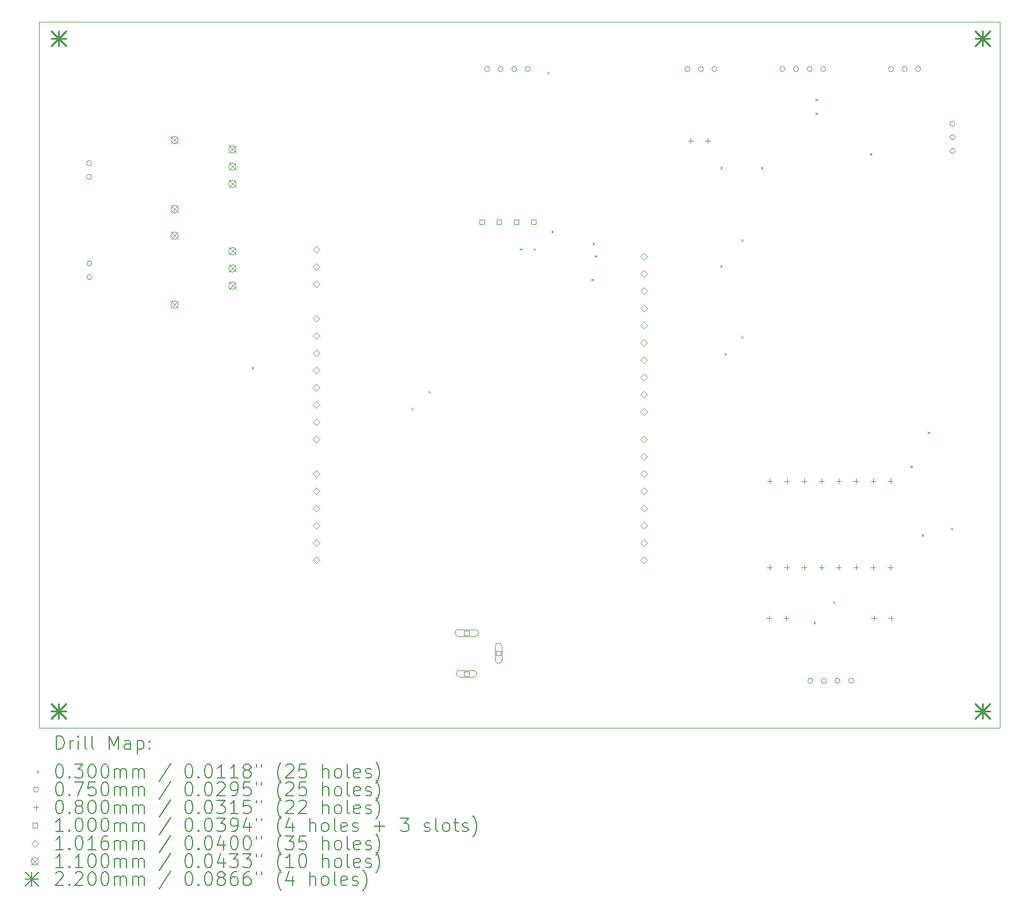
<source format=gbr>
%TF.GenerationSoftware,KiCad,Pcbnew,8.0.0*%
%TF.CreationDate,2024-03-04T10:49:54+07:00*%
%TF.ProjectId,capstone,63617073-746f-46e6-952e-6b696361645f,rev?*%
%TF.SameCoordinates,Original*%
%TF.FileFunction,Drillmap*%
%TF.FilePolarity,Positive*%
%FSLAX45Y45*%
G04 Gerber Fmt 4.5, Leading zero omitted, Abs format (unit mm)*
G04 Created by KiCad (PCBNEW 8.0.0) date 2024-03-04 10:49:54*
%MOMM*%
%LPD*%
G01*
G04 APERTURE LIST*
%ADD10C,0.050000*%
%ADD11C,0.200000*%
%ADD12C,0.100000*%
%ADD13C,0.101600*%
%ADD14C,0.110000*%
%ADD15C,0.220000*%
G04 APERTURE END LIST*
D10*
X9250000Y-3900000D02*
X23400000Y-3900000D01*
X23400000Y-14300000D01*
X9250000Y-14300000D01*
X9250000Y-3900000D01*
D11*
D12*
X12385000Y-8985000D02*
X12415000Y-9015000D01*
X12415000Y-8985000D02*
X12385000Y-9015000D01*
X14735000Y-9585000D02*
X14765000Y-9615000D01*
X14765000Y-9585000D02*
X14735000Y-9615000D01*
X14985000Y-9335000D02*
X15015000Y-9365000D01*
X15015000Y-9335000D02*
X14985000Y-9365000D01*
X16335000Y-7235000D02*
X16365000Y-7265000D01*
X16365000Y-7235000D02*
X16335000Y-7265000D01*
X16535000Y-7235000D02*
X16565000Y-7265000D01*
X16565000Y-7235000D02*
X16535000Y-7265000D01*
X16735000Y-4635000D02*
X16765000Y-4665000D01*
X16765000Y-4635000D02*
X16735000Y-4665000D01*
X16795000Y-6975000D02*
X16825000Y-7005000D01*
X16825000Y-6975000D02*
X16795000Y-7005000D01*
X17385000Y-7685000D02*
X17415000Y-7715000D01*
X17415000Y-7685000D02*
X17385000Y-7715000D01*
X17405000Y-7155000D02*
X17435000Y-7185000D01*
X17435000Y-7155000D02*
X17405000Y-7185000D01*
X17435000Y-7335000D02*
X17465000Y-7365000D01*
X17465000Y-7335000D02*
X17435000Y-7365000D01*
X19285000Y-6035000D02*
X19315000Y-6065000D01*
X19315000Y-6035000D02*
X19285000Y-6065000D01*
X19285000Y-7485000D02*
X19315000Y-7515000D01*
X19315000Y-7485000D02*
X19285000Y-7515000D01*
X19345000Y-8775000D02*
X19375000Y-8805000D01*
X19375000Y-8775000D02*
X19345000Y-8805000D01*
X19595000Y-7105000D02*
X19625000Y-7135000D01*
X19625000Y-7105000D02*
X19595000Y-7135000D01*
X19595000Y-8525000D02*
X19625000Y-8555000D01*
X19625000Y-8525000D02*
X19595000Y-8555000D01*
X19885000Y-6035000D02*
X19915000Y-6065000D01*
X19915000Y-6035000D02*
X19885000Y-6065000D01*
X20655000Y-12735000D02*
X20685000Y-12765000D01*
X20685000Y-12735000D02*
X20655000Y-12765000D01*
X20685000Y-5035000D02*
X20715000Y-5065000D01*
X20715000Y-5035000D02*
X20685000Y-5065000D01*
X20685000Y-5235000D02*
X20715000Y-5265000D01*
X20715000Y-5235000D02*
X20685000Y-5265000D01*
X20945000Y-12435000D02*
X20975000Y-12465000D01*
X20975000Y-12435000D02*
X20945000Y-12465000D01*
X21485000Y-5835000D02*
X21515000Y-5865000D01*
X21515000Y-5835000D02*
X21485000Y-5865000D01*
X22085000Y-10435000D02*
X22115000Y-10465000D01*
X22115000Y-10435000D02*
X22085000Y-10465000D01*
X22246500Y-11446500D02*
X22276500Y-11476500D01*
X22276500Y-11446500D02*
X22246500Y-11476500D01*
X22335000Y-9935000D02*
X22365000Y-9965000D01*
X22365000Y-9935000D02*
X22335000Y-9965000D01*
X22680000Y-11350000D02*
X22710000Y-11380000D01*
X22710000Y-11350000D02*
X22680000Y-11380000D01*
X10027500Y-5983000D02*
G75*
G02*
X9952500Y-5983000I-37500J0D01*
G01*
X9952500Y-5983000D02*
G75*
G02*
X10027500Y-5983000I37500J0D01*
G01*
X10027500Y-6183000D02*
G75*
G02*
X9952500Y-6183000I-37500J0D01*
G01*
X9952500Y-6183000D02*
G75*
G02*
X10027500Y-6183000I37500J0D01*
G01*
X10032500Y-7458000D02*
G75*
G02*
X9957500Y-7458000I-37500J0D01*
G01*
X9957500Y-7458000D02*
G75*
G02*
X10032500Y-7458000I37500J0D01*
G01*
X10032500Y-7658000D02*
G75*
G02*
X9957500Y-7658000I-37500J0D01*
G01*
X9957500Y-7658000D02*
G75*
G02*
X10032500Y-7658000I37500J0D01*
G01*
X15887500Y-4595000D02*
G75*
G02*
X15812500Y-4595000I-37500J0D01*
G01*
X15812500Y-4595000D02*
G75*
G02*
X15887500Y-4595000I37500J0D01*
G01*
X16087500Y-4595000D02*
G75*
G02*
X16012500Y-4595000I-37500J0D01*
G01*
X16012500Y-4595000D02*
G75*
G02*
X16087500Y-4595000I37500J0D01*
G01*
X16287500Y-4595000D02*
G75*
G02*
X16212500Y-4595000I-37500J0D01*
G01*
X16212500Y-4595000D02*
G75*
G02*
X16287500Y-4595000I37500J0D01*
G01*
X16487500Y-4595000D02*
G75*
G02*
X16412500Y-4595000I-37500J0D01*
G01*
X16412500Y-4595000D02*
G75*
G02*
X16487500Y-4595000I37500J0D01*
G01*
X18837500Y-4595000D02*
G75*
G02*
X18762500Y-4595000I-37500J0D01*
G01*
X18762500Y-4595000D02*
G75*
G02*
X18837500Y-4595000I37500J0D01*
G01*
X19037500Y-4595000D02*
G75*
G02*
X18962500Y-4595000I-37500J0D01*
G01*
X18962500Y-4595000D02*
G75*
G02*
X19037500Y-4595000I37500J0D01*
G01*
X19237500Y-4595000D02*
G75*
G02*
X19162500Y-4595000I-37500J0D01*
G01*
X19162500Y-4595000D02*
G75*
G02*
X19237500Y-4595000I37500J0D01*
G01*
X20237500Y-4595000D02*
G75*
G02*
X20162500Y-4595000I-37500J0D01*
G01*
X20162500Y-4595000D02*
G75*
G02*
X20237500Y-4595000I37500J0D01*
G01*
X20437500Y-4595000D02*
G75*
G02*
X20362500Y-4595000I-37500J0D01*
G01*
X20362500Y-4595000D02*
G75*
G02*
X20437500Y-4595000I37500J0D01*
G01*
X20637500Y-4595000D02*
G75*
G02*
X20562500Y-4595000I-37500J0D01*
G01*
X20562500Y-4595000D02*
G75*
G02*
X20637500Y-4595000I37500J0D01*
G01*
X20648500Y-13605000D02*
G75*
G02*
X20573500Y-13605000I-37500J0D01*
G01*
X20573500Y-13605000D02*
G75*
G02*
X20648500Y-13605000I37500J0D01*
G01*
X20837500Y-4595000D02*
G75*
G02*
X20762500Y-4595000I-37500J0D01*
G01*
X20762500Y-4595000D02*
G75*
G02*
X20837500Y-4595000I37500J0D01*
G01*
X20848500Y-13605000D02*
G75*
G02*
X20773500Y-13605000I-37500J0D01*
G01*
X20773500Y-13605000D02*
G75*
G02*
X20848500Y-13605000I37500J0D01*
G01*
X21048500Y-13605000D02*
G75*
G02*
X20973500Y-13605000I-37500J0D01*
G01*
X20973500Y-13605000D02*
G75*
G02*
X21048500Y-13605000I37500J0D01*
G01*
X21248500Y-13605000D02*
G75*
G02*
X21173500Y-13605000I-37500J0D01*
G01*
X21173500Y-13605000D02*
G75*
G02*
X21248500Y-13605000I37500J0D01*
G01*
X21837500Y-4595000D02*
G75*
G02*
X21762500Y-4595000I-37500J0D01*
G01*
X21762500Y-4595000D02*
G75*
G02*
X21837500Y-4595000I37500J0D01*
G01*
X22037500Y-4595000D02*
G75*
G02*
X21962500Y-4595000I-37500J0D01*
G01*
X21962500Y-4595000D02*
G75*
G02*
X22037500Y-4595000I37500J0D01*
G01*
X22237500Y-4595000D02*
G75*
G02*
X22162500Y-4595000I-37500J0D01*
G01*
X22162500Y-4595000D02*
G75*
G02*
X22237500Y-4595000I37500J0D01*
G01*
X22742500Y-5400000D02*
G75*
G02*
X22667500Y-5400000I-37500J0D01*
G01*
X22667500Y-5400000D02*
G75*
G02*
X22742500Y-5400000I37500J0D01*
G01*
X22742500Y-5600000D02*
G75*
G02*
X22667500Y-5600000I-37500J0D01*
G01*
X22667500Y-5600000D02*
G75*
G02*
X22742500Y-5600000I37500J0D01*
G01*
X22742500Y-5800000D02*
G75*
G02*
X22667500Y-5800000I-37500J0D01*
G01*
X22667500Y-5800000D02*
G75*
G02*
X22742500Y-5800000I37500J0D01*
G01*
X18850000Y-5610000D02*
X18850000Y-5690000D01*
X18810000Y-5650000D02*
X18890000Y-5650000D01*
X19100000Y-5610000D02*
X19100000Y-5690000D01*
X19060000Y-5650000D02*
X19140000Y-5650000D01*
X20004238Y-12645000D02*
X20004238Y-12725000D01*
X19964238Y-12685000D02*
X20044238Y-12685000D01*
X20011000Y-10624000D02*
X20011000Y-10704000D01*
X19971000Y-10664000D02*
X20051000Y-10664000D01*
X20011000Y-11894000D02*
X20011000Y-11974000D01*
X19971000Y-11934000D02*
X20051000Y-11934000D01*
X20254238Y-12645000D02*
X20254238Y-12725000D01*
X20214238Y-12685000D02*
X20294238Y-12685000D01*
X20265000Y-10624000D02*
X20265000Y-10704000D01*
X20225000Y-10664000D02*
X20305000Y-10664000D01*
X20265000Y-11894000D02*
X20265000Y-11974000D01*
X20225000Y-11934000D02*
X20305000Y-11934000D01*
X20519000Y-10624000D02*
X20519000Y-10704000D01*
X20479000Y-10664000D02*
X20559000Y-10664000D01*
X20519000Y-11894000D02*
X20519000Y-11974000D01*
X20479000Y-11934000D02*
X20559000Y-11934000D01*
X20773000Y-10624000D02*
X20773000Y-10704000D01*
X20733000Y-10664000D02*
X20813000Y-10664000D01*
X20773000Y-11894000D02*
X20773000Y-11974000D01*
X20733000Y-11934000D02*
X20813000Y-11934000D01*
X21027000Y-10624000D02*
X21027000Y-10704000D01*
X20987000Y-10664000D02*
X21067000Y-10664000D01*
X21027000Y-11894000D02*
X21027000Y-11974000D01*
X20987000Y-11934000D02*
X21067000Y-11934000D01*
X21281000Y-10624000D02*
X21281000Y-10704000D01*
X21241000Y-10664000D02*
X21321000Y-10664000D01*
X21281000Y-11894000D02*
X21281000Y-11974000D01*
X21241000Y-11934000D02*
X21321000Y-11934000D01*
X21535000Y-10624000D02*
X21535000Y-10704000D01*
X21495000Y-10664000D02*
X21575000Y-10664000D01*
X21535000Y-11894000D02*
X21535000Y-11974000D01*
X21495000Y-11934000D02*
X21575000Y-11934000D01*
X21547476Y-12645000D02*
X21547476Y-12725000D01*
X21507476Y-12685000D02*
X21587476Y-12685000D01*
X21789000Y-10624000D02*
X21789000Y-10704000D01*
X21749000Y-10664000D02*
X21829000Y-10664000D01*
X21789000Y-11894000D02*
X21789000Y-11974000D01*
X21749000Y-11934000D02*
X21829000Y-11934000D01*
X21797476Y-12645000D02*
X21797476Y-12725000D01*
X21757476Y-12685000D02*
X21837476Y-12685000D01*
X15585356Y-12935356D02*
X15585356Y-12864644D01*
X15514644Y-12864644D01*
X15514644Y-12935356D01*
X15585356Y-12935356D01*
X15675000Y-12850000D02*
X15425000Y-12850000D01*
X15425000Y-12950000D02*
G75*
G02*
X15425000Y-12850000I0J50000D01*
G01*
X15425000Y-12950000D02*
X15675000Y-12950000D01*
X15675000Y-12950000D02*
G75*
G03*
X15675000Y-12850000I0J50000D01*
G01*
X15585356Y-13535356D02*
X15585356Y-13464644D01*
X15514644Y-13464644D01*
X15514644Y-13535356D01*
X15585356Y-13535356D01*
X15650000Y-13450000D02*
X15450000Y-13450000D01*
X15450000Y-13550000D02*
G75*
G02*
X15450000Y-13450000I0J50000D01*
G01*
X15450000Y-13550000D02*
X15650000Y-13550000D01*
X15650000Y-13550000D02*
G75*
G03*
X15650000Y-13450000I0J50000D01*
G01*
X15810356Y-6885356D02*
X15810356Y-6814644D01*
X15739644Y-6814644D01*
X15739644Y-6885356D01*
X15810356Y-6885356D01*
X16055356Y-13235356D02*
X16055356Y-13164644D01*
X15984644Y-13164644D01*
X15984644Y-13235356D01*
X16055356Y-13235356D01*
X15970000Y-13100000D02*
X15970000Y-13300000D01*
X16070000Y-13300000D02*
G75*
G02*
X15970000Y-13300000I-50000J0D01*
G01*
X16070000Y-13300000D02*
X16070000Y-13100000D01*
X16070000Y-13100000D02*
G75*
G03*
X15970000Y-13100000I-50000J0D01*
G01*
X16064356Y-6885356D02*
X16064356Y-6814644D01*
X15993644Y-6814644D01*
X15993644Y-6885356D01*
X16064356Y-6885356D01*
X16318356Y-6885356D02*
X16318356Y-6814644D01*
X16247644Y-6814644D01*
X16247644Y-6885356D01*
X16318356Y-6885356D01*
X16572356Y-6885356D02*
X16572356Y-6814644D01*
X16501644Y-6814644D01*
X16501644Y-6885356D01*
X16572356Y-6885356D01*
D13*
X13337000Y-7300788D02*
X13387800Y-7249988D01*
X13337000Y-7199188D01*
X13286200Y-7249988D01*
X13337000Y-7300788D01*
X13337000Y-7554788D02*
X13387800Y-7503988D01*
X13337000Y-7453188D01*
X13286200Y-7503988D01*
X13337000Y-7554788D01*
X13337000Y-7808788D02*
X13387800Y-7757988D01*
X13337000Y-7707188D01*
X13286200Y-7757988D01*
X13337000Y-7808788D01*
X13337000Y-8316788D02*
X13387800Y-8265988D01*
X13337000Y-8215188D01*
X13286200Y-8265988D01*
X13337000Y-8316788D01*
X13337000Y-8570788D02*
X13387800Y-8519988D01*
X13337000Y-8469188D01*
X13286200Y-8519988D01*
X13337000Y-8570788D01*
X13337000Y-8824788D02*
X13387800Y-8773988D01*
X13337000Y-8723188D01*
X13286200Y-8773988D01*
X13337000Y-8824788D01*
X13337000Y-9078788D02*
X13387800Y-9027988D01*
X13337000Y-8977188D01*
X13286200Y-9027988D01*
X13337000Y-9078788D01*
X13337000Y-9332788D02*
X13387800Y-9281988D01*
X13337000Y-9231188D01*
X13286200Y-9281988D01*
X13337000Y-9332788D01*
X13337000Y-9586788D02*
X13387800Y-9535988D01*
X13337000Y-9485188D01*
X13286200Y-9535988D01*
X13337000Y-9586788D01*
X13337000Y-9840788D02*
X13387800Y-9789988D01*
X13337000Y-9739188D01*
X13286200Y-9789988D01*
X13337000Y-9840788D01*
X13337000Y-10094788D02*
X13387800Y-10043988D01*
X13337000Y-9993188D01*
X13286200Y-10043988D01*
X13337000Y-10094788D01*
X13337000Y-10602788D02*
X13387800Y-10551988D01*
X13337000Y-10501188D01*
X13286200Y-10551988D01*
X13337000Y-10602788D01*
X13337000Y-10856788D02*
X13387800Y-10805988D01*
X13337000Y-10755188D01*
X13286200Y-10805988D01*
X13337000Y-10856788D01*
X13337000Y-11110788D02*
X13387800Y-11059988D01*
X13337000Y-11009188D01*
X13286200Y-11059988D01*
X13337000Y-11110788D01*
X13337000Y-11364788D02*
X13387800Y-11313988D01*
X13337000Y-11263188D01*
X13286200Y-11313988D01*
X13337000Y-11364788D01*
X13337000Y-11618788D02*
X13387800Y-11567988D01*
X13337000Y-11517188D01*
X13286200Y-11567988D01*
X13337000Y-11618788D01*
X13337000Y-11872788D02*
X13387800Y-11821988D01*
X13337000Y-11771188D01*
X13286200Y-11821988D01*
X13337000Y-11872788D01*
X18163000Y-7402388D02*
X18213800Y-7351588D01*
X18163000Y-7300788D01*
X18112200Y-7351588D01*
X18163000Y-7402388D01*
X18163000Y-7656388D02*
X18213800Y-7605588D01*
X18163000Y-7554788D01*
X18112200Y-7605588D01*
X18163000Y-7656388D01*
X18163000Y-7910388D02*
X18213800Y-7859588D01*
X18163000Y-7808788D01*
X18112200Y-7859588D01*
X18163000Y-7910388D01*
X18163000Y-8164388D02*
X18213800Y-8113588D01*
X18163000Y-8062788D01*
X18112200Y-8113588D01*
X18163000Y-8164388D01*
X18163000Y-8418388D02*
X18213800Y-8367588D01*
X18163000Y-8316788D01*
X18112200Y-8367588D01*
X18163000Y-8418388D01*
X18163000Y-8672388D02*
X18213800Y-8621588D01*
X18163000Y-8570788D01*
X18112200Y-8621588D01*
X18163000Y-8672388D01*
X18163000Y-8926388D02*
X18213800Y-8875588D01*
X18163000Y-8824788D01*
X18112200Y-8875588D01*
X18163000Y-8926388D01*
X18163000Y-9180388D02*
X18213800Y-9129588D01*
X18163000Y-9078788D01*
X18112200Y-9129588D01*
X18163000Y-9180388D01*
X18163000Y-9434388D02*
X18213800Y-9383588D01*
X18163000Y-9332788D01*
X18112200Y-9383588D01*
X18163000Y-9434388D01*
X18163000Y-9688388D02*
X18213800Y-9637588D01*
X18163000Y-9586788D01*
X18112200Y-9637588D01*
X18163000Y-9688388D01*
X18163000Y-10094788D02*
X18213800Y-10043988D01*
X18163000Y-9993188D01*
X18112200Y-10043988D01*
X18163000Y-10094788D01*
X18163000Y-10348788D02*
X18213800Y-10297988D01*
X18163000Y-10247188D01*
X18112200Y-10297988D01*
X18163000Y-10348788D01*
X18163000Y-10602788D02*
X18213800Y-10551988D01*
X18163000Y-10501188D01*
X18112200Y-10551988D01*
X18163000Y-10602788D01*
X18163000Y-10856788D02*
X18213800Y-10805988D01*
X18163000Y-10755188D01*
X18112200Y-10805988D01*
X18163000Y-10856788D01*
X18163000Y-11110788D02*
X18213800Y-11059988D01*
X18163000Y-11009188D01*
X18112200Y-11059988D01*
X18163000Y-11110788D01*
X18163000Y-11364788D02*
X18213800Y-11313988D01*
X18163000Y-11263188D01*
X18112200Y-11313988D01*
X18163000Y-11364788D01*
X18163000Y-11618788D02*
X18213800Y-11567988D01*
X18163000Y-11517188D01*
X18112200Y-11567988D01*
X18163000Y-11618788D01*
X18163000Y-11872788D02*
X18213800Y-11821988D01*
X18163000Y-11771188D01*
X18112200Y-11821988D01*
X18163000Y-11872788D01*
D14*
X11195000Y-5587000D02*
X11305000Y-5697000D01*
X11305000Y-5587000D02*
X11195000Y-5697000D01*
X11305000Y-5642000D02*
G75*
G02*
X11195000Y-5642000I-55000J0D01*
G01*
X11195000Y-5642000D02*
G75*
G02*
X11305000Y-5642000I55000J0D01*
G01*
X11195000Y-6603000D02*
X11305000Y-6713000D01*
X11305000Y-6603000D02*
X11195000Y-6713000D01*
X11305000Y-6658000D02*
G75*
G02*
X11195000Y-6658000I-55000J0D01*
G01*
X11195000Y-6658000D02*
G75*
G02*
X11305000Y-6658000I55000J0D01*
G01*
X11195000Y-6995000D02*
X11305000Y-7105000D01*
X11305000Y-6995000D02*
X11195000Y-7105000D01*
X11305000Y-7050000D02*
G75*
G02*
X11195000Y-7050000I-55000J0D01*
G01*
X11195000Y-7050000D02*
G75*
G02*
X11305000Y-7050000I55000J0D01*
G01*
X11195000Y-8011000D02*
X11305000Y-8121000D01*
X11305000Y-8011000D02*
X11195000Y-8121000D01*
X11305000Y-8066000D02*
G75*
G02*
X11195000Y-8066000I-55000J0D01*
G01*
X11195000Y-8066000D02*
G75*
G02*
X11305000Y-8066000I55000J0D01*
G01*
X12045000Y-5724000D02*
X12155000Y-5834000D01*
X12155000Y-5724000D02*
X12045000Y-5834000D01*
X12155000Y-5779000D02*
G75*
G02*
X12045000Y-5779000I-55000J0D01*
G01*
X12045000Y-5779000D02*
G75*
G02*
X12155000Y-5779000I55000J0D01*
G01*
X12045000Y-5978000D02*
X12155000Y-6088000D01*
X12155000Y-5978000D02*
X12045000Y-6088000D01*
X12155000Y-6033000D02*
G75*
G02*
X12045000Y-6033000I-55000J0D01*
G01*
X12045000Y-6033000D02*
G75*
G02*
X12155000Y-6033000I55000J0D01*
G01*
X12045000Y-6232000D02*
X12155000Y-6342000D01*
X12155000Y-6232000D02*
X12045000Y-6342000D01*
X12155000Y-6287000D02*
G75*
G02*
X12045000Y-6287000I-55000J0D01*
G01*
X12045000Y-6287000D02*
G75*
G02*
X12155000Y-6287000I55000J0D01*
G01*
X12045000Y-7224000D02*
X12155000Y-7334000D01*
X12155000Y-7224000D02*
X12045000Y-7334000D01*
X12155000Y-7279000D02*
G75*
G02*
X12045000Y-7279000I-55000J0D01*
G01*
X12045000Y-7279000D02*
G75*
G02*
X12155000Y-7279000I55000J0D01*
G01*
X12045000Y-7478000D02*
X12155000Y-7588000D01*
X12155000Y-7478000D02*
X12045000Y-7588000D01*
X12155000Y-7533000D02*
G75*
G02*
X12045000Y-7533000I-55000J0D01*
G01*
X12045000Y-7533000D02*
G75*
G02*
X12155000Y-7533000I55000J0D01*
G01*
X12045000Y-7732000D02*
X12155000Y-7842000D01*
X12155000Y-7732000D02*
X12045000Y-7842000D01*
X12155000Y-7787000D02*
G75*
G02*
X12045000Y-7787000I-55000J0D01*
G01*
X12045000Y-7787000D02*
G75*
G02*
X12155000Y-7787000I55000J0D01*
G01*
D15*
X9435000Y-4040000D02*
X9655000Y-4260000D01*
X9655000Y-4040000D02*
X9435000Y-4260000D01*
X9545000Y-4040000D02*
X9545000Y-4260000D01*
X9435000Y-4150000D02*
X9655000Y-4150000D01*
X9435000Y-13940000D02*
X9655000Y-14160000D01*
X9655000Y-13940000D02*
X9435000Y-14160000D01*
X9545000Y-13940000D02*
X9545000Y-14160000D01*
X9435000Y-14050000D02*
X9655000Y-14050000D01*
X23040000Y-4040000D02*
X23260000Y-4260000D01*
X23260000Y-4040000D02*
X23040000Y-4260000D01*
X23150000Y-4040000D02*
X23150000Y-4260000D01*
X23040000Y-4150000D02*
X23260000Y-4150000D01*
X23040000Y-13940000D02*
X23260000Y-14160000D01*
X23260000Y-13940000D02*
X23040000Y-14160000D01*
X23150000Y-13940000D02*
X23150000Y-14160000D01*
X23040000Y-14050000D02*
X23260000Y-14050000D01*
D11*
X9508277Y-14613984D02*
X9508277Y-14413984D01*
X9508277Y-14413984D02*
X9555896Y-14413984D01*
X9555896Y-14413984D02*
X9584467Y-14423508D01*
X9584467Y-14423508D02*
X9603515Y-14442555D01*
X9603515Y-14442555D02*
X9613039Y-14461603D01*
X9613039Y-14461603D02*
X9622563Y-14499698D01*
X9622563Y-14499698D02*
X9622563Y-14528269D01*
X9622563Y-14528269D02*
X9613039Y-14566365D01*
X9613039Y-14566365D02*
X9603515Y-14585412D01*
X9603515Y-14585412D02*
X9584467Y-14604460D01*
X9584467Y-14604460D02*
X9555896Y-14613984D01*
X9555896Y-14613984D02*
X9508277Y-14613984D01*
X9708277Y-14613984D02*
X9708277Y-14480650D01*
X9708277Y-14518746D02*
X9717801Y-14499698D01*
X9717801Y-14499698D02*
X9727324Y-14490174D01*
X9727324Y-14490174D02*
X9746372Y-14480650D01*
X9746372Y-14480650D02*
X9765420Y-14480650D01*
X9832086Y-14613984D02*
X9832086Y-14480650D01*
X9832086Y-14413984D02*
X9822563Y-14423508D01*
X9822563Y-14423508D02*
X9832086Y-14433031D01*
X9832086Y-14433031D02*
X9841610Y-14423508D01*
X9841610Y-14423508D02*
X9832086Y-14413984D01*
X9832086Y-14413984D02*
X9832086Y-14433031D01*
X9955896Y-14613984D02*
X9936848Y-14604460D01*
X9936848Y-14604460D02*
X9927324Y-14585412D01*
X9927324Y-14585412D02*
X9927324Y-14413984D01*
X10060658Y-14613984D02*
X10041610Y-14604460D01*
X10041610Y-14604460D02*
X10032086Y-14585412D01*
X10032086Y-14585412D02*
X10032086Y-14413984D01*
X10289229Y-14613984D02*
X10289229Y-14413984D01*
X10289229Y-14413984D02*
X10355896Y-14556841D01*
X10355896Y-14556841D02*
X10422563Y-14413984D01*
X10422563Y-14413984D02*
X10422563Y-14613984D01*
X10603515Y-14613984D02*
X10603515Y-14509222D01*
X10603515Y-14509222D02*
X10593991Y-14490174D01*
X10593991Y-14490174D02*
X10574944Y-14480650D01*
X10574944Y-14480650D02*
X10536848Y-14480650D01*
X10536848Y-14480650D02*
X10517801Y-14490174D01*
X10603515Y-14604460D02*
X10584467Y-14613984D01*
X10584467Y-14613984D02*
X10536848Y-14613984D01*
X10536848Y-14613984D02*
X10517801Y-14604460D01*
X10517801Y-14604460D02*
X10508277Y-14585412D01*
X10508277Y-14585412D02*
X10508277Y-14566365D01*
X10508277Y-14566365D02*
X10517801Y-14547317D01*
X10517801Y-14547317D02*
X10536848Y-14537793D01*
X10536848Y-14537793D02*
X10584467Y-14537793D01*
X10584467Y-14537793D02*
X10603515Y-14528269D01*
X10698753Y-14480650D02*
X10698753Y-14680650D01*
X10698753Y-14490174D02*
X10717801Y-14480650D01*
X10717801Y-14480650D02*
X10755896Y-14480650D01*
X10755896Y-14480650D02*
X10774944Y-14490174D01*
X10774944Y-14490174D02*
X10784467Y-14499698D01*
X10784467Y-14499698D02*
X10793991Y-14518746D01*
X10793991Y-14518746D02*
X10793991Y-14575888D01*
X10793991Y-14575888D02*
X10784467Y-14594936D01*
X10784467Y-14594936D02*
X10774944Y-14604460D01*
X10774944Y-14604460D02*
X10755896Y-14613984D01*
X10755896Y-14613984D02*
X10717801Y-14613984D01*
X10717801Y-14613984D02*
X10698753Y-14604460D01*
X10879705Y-14594936D02*
X10889229Y-14604460D01*
X10889229Y-14604460D02*
X10879705Y-14613984D01*
X10879705Y-14613984D02*
X10870182Y-14604460D01*
X10870182Y-14604460D02*
X10879705Y-14594936D01*
X10879705Y-14594936D02*
X10879705Y-14613984D01*
X10879705Y-14490174D02*
X10889229Y-14499698D01*
X10889229Y-14499698D02*
X10879705Y-14509222D01*
X10879705Y-14509222D02*
X10870182Y-14499698D01*
X10870182Y-14499698D02*
X10879705Y-14490174D01*
X10879705Y-14490174D02*
X10879705Y-14509222D01*
D12*
X9217500Y-14927500D02*
X9247500Y-14957500D01*
X9247500Y-14927500D02*
X9217500Y-14957500D01*
D11*
X9546372Y-14833984D02*
X9565420Y-14833984D01*
X9565420Y-14833984D02*
X9584467Y-14843508D01*
X9584467Y-14843508D02*
X9593991Y-14853031D01*
X9593991Y-14853031D02*
X9603515Y-14872079D01*
X9603515Y-14872079D02*
X9613039Y-14910174D01*
X9613039Y-14910174D02*
X9613039Y-14957793D01*
X9613039Y-14957793D02*
X9603515Y-14995888D01*
X9603515Y-14995888D02*
X9593991Y-15014936D01*
X9593991Y-15014936D02*
X9584467Y-15024460D01*
X9584467Y-15024460D02*
X9565420Y-15033984D01*
X9565420Y-15033984D02*
X9546372Y-15033984D01*
X9546372Y-15033984D02*
X9527324Y-15024460D01*
X9527324Y-15024460D02*
X9517801Y-15014936D01*
X9517801Y-15014936D02*
X9508277Y-14995888D01*
X9508277Y-14995888D02*
X9498753Y-14957793D01*
X9498753Y-14957793D02*
X9498753Y-14910174D01*
X9498753Y-14910174D02*
X9508277Y-14872079D01*
X9508277Y-14872079D02*
X9517801Y-14853031D01*
X9517801Y-14853031D02*
X9527324Y-14843508D01*
X9527324Y-14843508D02*
X9546372Y-14833984D01*
X9698753Y-15014936D02*
X9708277Y-15024460D01*
X9708277Y-15024460D02*
X9698753Y-15033984D01*
X9698753Y-15033984D02*
X9689229Y-15024460D01*
X9689229Y-15024460D02*
X9698753Y-15014936D01*
X9698753Y-15014936D02*
X9698753Y-15033984D01*
X9774944Y-14833984D02*
X9898753Y-14833984D01*
X9898753Y-14833984D02*
X9832086Y-14910174D01*
X9832086Y-14910174D02*
X9860658Y-14910174D01*
X9860658Y-14910174D02*
X9879705Y-14919698D01*
X9879705Y-14919698D02*
X9889229Y-14929222D01*
X9889229Y-14929222D02*
X9898753Y-14948269D01*
X9898753Y-14948269D02*
X9898753Y-14995888D01*
X9898753Y-14995888D02*
X9889229Y-15014936D01*
X9889229Y-15014936D02*
X9879705Y-15024460D01*
X9879705Y-15024460D02*
X9860658Y-15033984D01*
X9860658Y-15033984D02*
X9803515Y-15033984D01*
X9803515Y-15033984D02*
X9784467Y-15024460D01*
X9784467Y-15024460D02*
X9774944Y-15014936D01*
X10022563Y-14833984D02*
X10041610Y-14833984D01*
X10041610Y-14833984D02*
X10060658Y-14843508D01*
X10060658Y-14843508D02*
X10070182Y-14853031D01*
X10070182Y-14853031D02*
X10079705Y-14872079D01*
X10079705Y-14872079D02*
X10089229Y-14910174D01*
X10089229Y-14910174D02*
X10089229Y-14957793D01*
X10089229Y-14957793D02*
X10079705Y-14995888D01*
X10079705Y-14995888D02*
X10070182Y-15014936D01*
X10070182Y-15014936D02*
X10060658Y-15024460D01*
X10060658Y-15024460D02*
X10041610Y-15033984D01*
X10041610Y-15033984D02*
X10022563Y-15033984D01*
X10022563Y-15033984D02*
X10003515Y-15024460D01*
X10003515Y-15024460D02*
X9993991Y-15014936D01*
X9993991Y-15014936D02*
X9984467Y-14995888D01*
X9984467Y-14995888D02*
X9974944Y-14957793D01*
X9974944Y-14957793D02*
X9974944Y-14910174D01*
X9974944Y-14910174D02*
X9984467Y-14872079D01*
X9984467Y-14872079D02*
X9993991Y-14853031D01*
X9993991Y-14853031D02*
X10003515Y-14843508D01*
X10003515Y-14843508D02*
X10022563Y-14833984D01*
X10213039Y-14833984D02*
X10232086Y-14833984D01*
X10232086Y-14833984D02*
X10251134Y-14843508D01*
X10251134Y-14843508D02*
X10260658Y-14853031D01*
X10260658Y-14853031D02*
X10270182Y-14872079D01*
X10270182Y-14872079D02*
X10279705Y-14910174D01*
X10279705Y-14910174D02*
X10279705Y-14957793D01*
X10279705Y-14957793D02*
X10270182Y-14995888D01*
X10270182Y-14995888D02*
X10260658Y-15014936D01*
X10260658Y-15014936D02*
X10251134Y-15024460D01*
X10251134Y-15024460D02*
X10232086Y-15033984D01*
X10232086Y-15033984D02*
X10213039Y-15033984D01*
X10213039Y-15033984D02*
X10193991Y-15024460D01*
X10193991Y-15024460D02*
X10184467Y-15014936D01*
X10184467Y-15014936D02*
X10174944Y-14995888D01*
X10174944Y-14995888D02*
X10165420Y-14957793D01*
X10165420Y-14957793D02*
X10165420Y-14910174D01*
X10165420Y-14910174D02*
X10174944Y-14872079D01*
X10174944Y-14872079D02*
X10184467Y-14853031D01*
X10184467Y-14853031D02*
X10193991Y-14843508D01*
X10193991Y-14843508D02*
X10213039Y-14833984D01*
X10365420Y-15033984D02*
X10365420Y-14900650D01*
X10365420Y-14919698D02*
X10374944Y-14910174D01*
X10374944Y-14910174D02*
X10393991Y-14900650D01*
X10393991Y-14900650D02*
X10422563Y-14900650D01*
X10422563Y-14900650D02*
X10441610Y-14910174D01*
X10441610Y-14910174D02*
X10451134Y-14929222D01*
X10451134Y-14929222D02*
X10451134Y-15033984D01*
X10451134Y-14929222D02*
X10460658Y-14910174D01*
X10460658Y-14910174D02*
X10479705Y-14900650D01*
X10479705Y-14900650D02*
X10508277Y-14900650D01*
X10508277Y-14900650D02*
X10527325Y-14910174D01*
X10527325Y-14910174D02*
X10536848Y-14929222D01*
X10536848Y-14929222D02*
X10536848Y-15033984D01*
X10632086Y-15033984D02*
X10632086Y-14900650D01*
X10632086Y-14919698D02*
X10641610Y-14910174D01*
X10641610Y-14910174D02*
X10660658Y-14900650D01*
X10660658Y-14900650D02*
X10689229Y-14900650D01*
X10689229Y-14900650D02*
X10708277Y-14910174D01*
X10708277Y-14910174D02*
X10717801Y-14929222D01*
X10717801Y-14929222D02*
X10717801Y-15033984D01*
X10717801Y-14929222D02*
X10727325Y-14910174D01*
X10727325Y-14910174D02*
X10746372Y-14900650D01*
X10746372Y-14900650D02*
X10774944Y-14900650D01*
X10774944Y-14900650D02*
X10793991Y-14910174D01*
X10793991Y-14910174D02*
X10803515Y-14929222D01*
X10803515Y-14929222D02*
X10803515Y-15033984D01*
X11193991Y-14824460D02*
X11022563Y-15081603D01*
X11451134Y-14833984D02*
X11470182Y-14833984D01*
X11470182Y-14833984D02*
X11489229Y-14843508D01*
X11489229Y-14843508D02*
X11498753Y-14853031D01*
X11498753Y-14853031D02*
X11508277Y-14872079D01*
X11508277Y-14872079D02*
X11517801Y-14910174D01*
X11517801Y-14910174D02*
X11517801Y-14957793D01*
X11517801Y-14957793D02*
X11508277Y-14995888D01*
X11508277Y-14995888D02*
X11498753Y-15014936D01*
X11498753Y-15014936D02*
X11489229Y-15024460D01*
X11489229Y-15024460D02*
X11470182Y-15033984D01*
X11470182Y-15033984D02*
X11451134Y-15033984D01*
X11451134Y-15033984D02*
X11432086Y-15024460D01*
X11432086Y-15024460D02*
X11422563Y-15014936D01*
X11422563Y-15014936D02*
X11413039Y-14995888D01*
X11413039Y-14995888D02*
X11403515Y-14957793D01*
X11403515Y-14957793D02*
X11403515Y-14910174D01*
X11403515Y-14910174D02*
X11413039Y-14872079D01*
X11413039Y-14872079D02*
X11422563Y-14853031D01*
X11422563Y-14853031D02*
X11432086Y-14843508D01*
X11432086Y-14843508D02*
X11451134Y-14833984D01*
X11603515Y-15014936D02*
X11613039Y-15024460D01*
X11613039Y-15024460D02*
X11603515Y-15033984D01*
X11603515Y-15033984D02*
X11593991Y-15024460D01*
X11593991Y-15024460D02*
X11603515Y-15014936D01*
X11603515Y-15014936D02*
X11603515Y-15033984D01*
X11736848Y-14833984D02*
X11755896Y-14833984D01*
X11755896Y-14833984D02*
X11774944Y-14843508D01*
X11774944Y-14843508D02*
X11784467Y-14853031D01*
X11784467Y-14853031D02*
X11793991Y-14872079D01*
X11793991Y-14872079D02*
X11803515Y-14910174D01*
X11803515Y-14910174D02*
X11803515Y-14957793D01*
X11803515Y-14957793D02*
X11793991Y-14995888D01*
X11793991Y-14995888D02*
X11784467Y-15014936D01*
X11784467Y-15014936D02*
X11774944Y-15024460D01*
X11774944Y-15024460D02*
X11755896Y-15033984D01*
X11755896Y-15033984D02*
X11736848Y-15033984D01*
X11736848Y-15033984D02*
X11717801Y-15024460D01*
X11717801Y-15024460D02*
X11708277Y-15014936D01*
X11708277Y-15014936D02*
X11698753Y-14995888D01*
X11698753Y-14995888D02*
X11689229Y-14957793D01*
X11689229Y-14957793D02*
X11689229Y-14910174D01*
X11689229Y-14910174D02*
X11698753Y-14872079D01*
X11698753Y-14872079D02*
X11708277Y-14853031D01*
X11708277Y-14853031D02*
X11717801Y-14843508D01*
X11717801Y-14843508D02*
X11736848Y-14833984D01*
X11993991Y-15033984D02*
X11879706Y-15033984D01*
X11936848Y-15033984D02*
X11936848Y-14833984D01*
X11936848Y-14833984D02*
X11917801Y-14862555D01*
X11917801Y-14862555D02*
X11898753Y-14881603D01*
X11898753Y-14881603D02*
X11879706Y-14891127D01*
X12184467Y-15033984D02*
X12070182Y-15033984D01*
X12127325Y-15033984D02*
X12127325Y-14833984D01*
X12127325Y-14833984D02*
X12108277Y-14862555D01*
X12108277Y-14862555D02*
X12089229Y-14881603D01*
X12089229Y-14881603D02*
X12070182Y-14891127D01*
X12298753Y-14919698D02*
X12279706Y-14910174D01*
X12279706Y-14910174D02*
X12270182Y-14900650D01*
X12270182Y-14900650D02*
X12260658Y-14881603D01*
X12260658Y-14881603D02*
X12260658Y-14872079D01*
X12260658Y-14872079D02*
X12270182Y-14853031D01*
X12270182Y-14853031D02*
X12279706Y-14843508D01*
X12279706Y-14843508D02*
X12298753Y-14833984D01*
X12298753Y-14833984D02*
X12336848Y-14833984D01*
X12336848Y-14833984D02*
X12355896Y-14843508D01*
X12355896Y-14843508D02*
X12365420Y-14853031D01*
X12365420Y-14853031D02*
X12374944Y-14872079D01*
X12374944Y-14872079D02*
X12374944Y-14881603D01*
X12374944Y-14881603D02*
X12365420Y-14900650D01*
X12365420Y-14900650D02*
X12355896Y-14910174D01*
X12355896Y-14910174D02*
X12336848Y-14919698D01*
X12336848Y-14919698D02*
X12298753Y-14919698D01*
X12298753Y-14919698D02*
X12279706Y-14929222D01*
X12279706Y-14929222D02*
X12270182Y-14938746D01*
X12270182Y-14938746D02*
X12260658Y-14957793D01*
X12260658Y-14957793D02*
X12260658Y-14995888D01*
X12260658Y-14995888D02*
X12270182Y-15014936D01*
X12270182Y-15014936D02*
X12279706Y-15024460D01*
X12279706Y-15024460D02*
X12298753Y-15033984D01*
X12298753Y-15033984D02*
X12336848Y-15033984D01*
X12336848Y-15033984D02*
X12355896Y-15024460D01*
X12355896Y-15024460D02*
X12365420Y-15014936D01*
X12365420Y-15014936D02*
X12374944Y-14995888D01*
X12374944Y-14995888D02*
X12374944Y-14957793D01*
X12374944Y-14957793D02*
X12365420Y-14938746D01*
X12365420Y-14938746D02*
X12355896Y-14929222D01*
X12355896Y-14929222D02*
X12336848Y-14919698D01*
X12451134Y-14833984D02*
X12451134Y-14872079D01*
X12527325Y-14833984D02*
X12527325Y-14872079D01*
X12822563Y-15110174D02*
X12813039Y-15100650D01*
X12813039Y-15100650D02*
X12793991Y-15072079D01*
X12793991Y-15072079D02*
X12784468Y-15053031D01*
X12784468Y-15053031D02*
X12774944Y-15024460D01*
X12774944Y-15024460D02*
X12765420Y-14976841D01*
X12765420Y-14976841D02*
X12765420Y-14938746D01*
X12765420Y-14938746D02*
X12774944Y-14891127D01*
X12774944Y-14891127D02*
X12784468Y-14862555D01*
X12784468Y-14862555D02*
X12793991Y-14843508D01*
X12793991Y-14843508D02*
X12813039Y-14814936D01*
X12813039Y-14814936D02*
X12822563Y-14805412D01*
X12889229Y-14853031D02*
X12898753Y-14843508D01*
X12898753Y-14843508D02*
X12917801Y-14833984D01*
X12917801Y-14833984D02*
X12965420Y-14833984D01*
X12965420Y-14833984D02*
X12984468Y-14843508D01*
X12984468Y-14843508D02*
X12993991Y-14853031D01*
X12993991Y-14853031D02*
X13003515Y-14872079D01*
X13003515Y-14872079D02*
X13003515Y-14891127D01*
X13003515Y-14891127D02*
X12993991Y-14919698D01*
X12993991Y-14919698D02*
X12879706Y-15033984D01*
X12879706Y-15033984D02*
X13003515Y-15033984D01*
X13184468Y-14833984D02*
X13089229Y-14833984D01*
X13089229Y-14833984D02*
X13079706Y-14929222D01*
X13079706Y-14929222D02*
X13089229Y-14919698D01*
X13089229Y-14919698D02*
X13108277Y-14910174D01*
X13108277Y-14910174D02*
X13155896Y-14910174D01*
X13155896Y-14910174D02*
X13174944Y-14919698D01*
X13174944Y-14919698D02*
X13184468Y-14929222D01*
X13184468Y-14929222D02*
X13193991Y-14948269D01*
X13193991Y-14948269D02*
X13193991Y-14995888D01*
X13193991Y-14995888D02*
X13184468Y-15014936D01*
X13184468Y-15014936D02*
X13174944Y-15024460D01*
X13174944Y-15024460D02*
X13155896Y-15033984D01*
X13155896Y-15033984D02*
X13108277Y-15033984D01*
X13108277Y-15033984D02*
X13089229Y-15024460D01*
X13089229Y-15024460D02*
X13079706Y-15014936D01*
X13432087Y-15033984D02*
X13432087Y-14833984D01*
X13517801Y-15033984D02*
X13517801Y-14929222D01*
X13517801Y-14929222D02*
X13508277Y-14910174D01*
X13508277Y-14910174D02*
X13489230Y-14900650D01*
X13489230Y-14900650D02*
X13460658Y-14900650D01*
X13460658Y-14900650D02*
X13441610Y-14910174D01*
X13441610Y-14910174D02*
X13432087Y-14919698D01*
X13641610Y-15033984D02*
X13622563Y-15024460D01*
X13622563Y-15024460D02*
X13613039Y-15014936D01*
X13613039Y-15014936D02*
X13603515Y-14995888D01*
X13603515Y-14995888D02*
X13603515Y-14938746D01*
X13603515Y-14938746D02*
X13613039Y-14919698D01*
X13613039Y-14919698D02*
X13622563Y-14910174D01*
X13622563Y-14910174D02*
X13641610Y-14900650D01*
X13641610Y-14900650D02*
X13670182Y-14900650D01*
X13670182Y-14900650D02*
X13689230Y-14910174D01*
X13689230Y-14910174D02*
X13698753Y-14919698D01*
X13698753Y-14919698D02*
X13708277Y-14938746D01*
X13708277Y-14938746D02*
X13708277Y-14995888D01*
X13708277Y-14995888D02*
X13698753Y-15014936D01*
X13698753Y-15014936D02*
X13689230Y-15024460D01*
X13689230Y-15024460D02*
X13670182Y-15033984D01*
X13670182Y-15033984D02*
X13641610Y-15033984D01*
X13822563Y-15033984D02*
X13803515Y-15024460D01*
X13803515Y-15024460D02*
X13793991Y-15005412D01*
X13793991Y-15005412D02*
X13793991Y-14833984D01*
X13974944Y-15024460D02*
X13955896Y-15033984D01*
X13955896Y-15033984D02*
X13917801Y-15033984D01*
X13917801Y-15033984D02*
X13898753Y-15024460D01*
X13898753Y-15024460D02*
X13889230Y-15005412D01*
X13889230Y-15005412D02*
X13889230Y-14929222D01*
X13889230Y-14929222D02*
X13898753Y-14910174D01*
X13898753Y-14910174D02*
X13917801Y-14900650D01*
X13917801Y-14900650D02*
X13955896Y-14900650D01*
X13955896Y-14900650D02*
X13974944Y-14910174D01*
X13974944Y-14910174D02*
X13984468Y-14929222D01*
X13984468Y-14929222D02*
X13984468Y-14948269D01*
X13984468Y-14948269D02*
X13889230Y-14967317D01*
X14060658Y-15024460D02*
X14079706Y-15033984D01*
X14079706Y-15033984D02*
X14117801Y-15033984D01*
X14117801Y-15033984D02*
X14136849Y-15024460D01*
X14136849Y-15024460D02*
X14146372Y-15005412D01*
X14146372Y-15005412D02*
X14146372Y-14995888D01*
X14146372Y-14995888D02*
X14136849Y-14976841D01*
X14136849Y-14976841D02*
X14117801Y-14967317D01*
X14117801Y-14967317D02*
X14089230Y-14967317D01*
X14089230Y-14967317D02*
X14070182Y-14957793D01*
X14070182Y-14957793D02*
X14060658Y-14938746D01*
X14060658Y-14938746D02*
X14060658Y-14929222D01*
X14060658Y-14929222D02*
X14070182Y-14910174D01*
X14070182Y-14910174D02*
X14089230Y-14900650D01*
X14089230Y-14900650D02*
X14117801Y-14900650D01*
X14117801Y-14900650D02*
X14136849Y-14910174D01*
X14213039Y-15110174D02*
X14222563Y-15100650D01*
X14222563Y-15100650D02*
X14241611Y-15072079D01*
X14241611Y-15072079D02*
X14251134Y-15053031D01*
X14251134Y-15053031D02*
X14260658Y-15024460D01*
X14260658Y-15024460D02*
X14270182Y-14976841D01*
X14270182Y-14976841D02*
X14270182Y-14938746D01*
X14270182Y-14938746D02*
X14260658Y-14891127D01*
X14260658Y-14891127D02*
X14251134Y-14862555D01*
X14251134Y-14862555D02*
X14241611Y-14843508D01*
X14241611Y-14843508D02*
X14222563Y-14814936D01*
X14222563Y-14814936D02*
X14213039Y-14805412D01*
D12*
X9247500Y-15206500D02*
G75*
G02*
X9172500Y-15206500I-37500J0D01*
G01*
X9172500Y-15206500D02*
G75*
G02*
X9247500Y-15206500I37500J0D01*
G01*
D11*
X9546372Y-15097984D02*
X9565420Y-15097984D01*
X9565420Y-15097984D02*
X9584467Y-15107508D01*
X9584467Y-15107508D02*
X9593991Y-15117031D01*
X9593991Y-15117031D02*
X9603515Y-15136079D01*
X9603515Y-15136079D02*
X9613039Y-15174174D01*
X9613039Y-15174174D02*
X9613039Y-15221793D01*
X9613039Y-15221793D02*
X9603515Y-15259888D01*
X9603515Y-15259888D02*
X9593991Y-15278936D01*
X9593991Y-15278936D02*
X9584467Y-15288460D01*
X9584467Y-15288460D02*
X9565420Y-15297984D01*
X9565420Y-15297984D02*
X9546372Y-15297984D01*
X9546372Y-15297984D02*
X9527324Y-15288460D01*
X9527324Y-15288460D02*
X9517801Y-15278936D01*
X9517801Y-15278936D02*
X9508277Y-15259888D01*
X9508277Y-15259888D02*
X9498753Y-15221793D01*
X9498753Y-15221793D02*
X9498753Y-15174174D01*
X9498753Y-15174174D02*
X9508277Y-15136079D01*
X9508277Y-15136079D02*
X9517801Y-15117031D01*
X9517801Y-15117031D02*
X9527324Y-15107508D01*
X9527324Y-15107508D02*
X9546372Y-15097984D01*
X9698753Y-15278936D02*
X9708277Y-15288460D01*
X9708277Y-15288460D02*
X9698753Y-15297984D01*
X9698753Y-15297984D02*
X9689229Y-15288460D01*
X9689229Y-15288460D02*
X9698753Y-15278936D01*
X9698753Y-15278936D02*
X9698753Y-15297984D01*
X9774944Y-15097984D02*
X9908277Y-15097984D01*
X9908277Y-15097984D02*
X9822563Y-15297984D01*
X10079705Y-15097984D02*
X9984467Y-15097984D01*
X9984467Y-15097984D02*
X9974944Y-15193222D01*
X9974944Y-15193222D02*
X9984467Y-15183698D01*
X9984467Y-15183698D02*
X10003515Y-15174174D01*
X10003515Y-15174174D02*
X10051134Y-15174174D01*
X10051134Y-15174174D02*
X10070182Y-15183698D01*
X10070182Y-15183698D02*
X10079705Y-15193222D01*
X10079705Y-15193222D02*
X10089229Y-15212269D01*
X10089229Y-15212269D02*
X10089229Y-15259888D01*
X10089229Y-15259888D02*
X10079705Y-15278936D01*
X10079705Y-15278936D02*
X10070182Y-15288460D01*
X10070182Y-15288460D02*
X10051134Y-15297984D01*
X10051134Y-15297984D02*
X10003515Y-15297984D01*
X10003515Y-15297984D02*
X9984467Y-15288460D01*
X9984467Y-15288460D02*
X9974944Y-15278936D01*
X10213039Y-15097984D02*
X10232086Y-15097984D01*
X10232086Y-15097984D02*
X10251134Y-15107508D01*
X10251134Y-15107508D02*
X10260658Y-15117031D01*
X10260658Y-15117031D02*
X10270182Y-15136079D01*
X10270182Y-15136079D02*
X10279705Y-15174174D01*
X10279705Y-15174174D02*
X10279705Y-15221793D01*
X10279705Y-15221793D02*
X10270182Y-15259888D01*
X10270182Y-15259888D02*
X10260658Y-15278936D01*
X10260658Y-15278936D02*
X10251134Y-15288460D01*
X10251134Y-15288460D02*
X10232086Y-15297984D01*
X10232086Y-15297984D02*
X10213039Y-15297984D01*
X10213039Y-15297984D02*
X10193991Y-15288460D01*
X10193991Y-15288460D02*
X10184467Y-15278936D01*
X10184467Y-15278936D02*
X10174944Y-15259888D01*
X10174944Y-15259888D02*
X10165420Y-15221793D01*
X10165420Y-15221793D02*
X10165420Y-15174174D01*
X10165420Y-15174174D02*
X10174944Y-15136079D01*
X10174944Y-15136079D02*
X10184467Y-15117031D01*
X10184467Y-15117031D02*
X10193991Y-15107508D01*
X10193991Y-15107508D02*
X10213039Y-15097984D01*
X10365420Y-15297984D02*
X10365420Y-15164650D01*
X10365420Y-15183698D02*
X10374944Y-15174174D01*
X10374944Y-15174174D02*
X10393991Y-15164650D01*
X10393991Y-15164650D02*
X10422563Y-15164650D01*
X10422563Y-15164650D02*
X10441610Y-15174174D01*
X10441610Y-15174174D02*
X10451134Y-15193222D01*
X10451134Y-15193222D02*
X10451134Y-15297984D01*
X10451134Y-15193222D02*
X10460658Y-15174174D01*
X10460658Y-15174174D02*
X10479705Y-15164650D01*
X10479705Y-15164650D02*
X10508277Y-15164650D01*
X10508277Y-15164650D02*
X10527325Y-15174174D01*
X10527325Y-15174174D02*
X10536848Y-15193222D01*
X10536848Y-15193222D02*
X10536848Y-15297984D01*
X10632086Y-15297984D02*
X10632086Y-15164650D01*
X10632086Y-15183698D02*
X10641610Y-15174174D01*
X10641610Y-15174174D02*
X10660658Y-15164650D01*
X10660658Y-15164650D02*
X10689229Y-15164650D01*
X10689229Y-15164650D02*
X10708277Y-15174174D01*
X10708277Y-15174174D02*
X10717801Y-15193222D01*
X10717801Y-15193222D02*
X10717801Y-15297984D01*
X10717801Y-15193222D02*
X10727325Y-15174174D01*
X10727325Y-15174174D02*
X10746372Y-15164650D01*
X10746372Y-15164650D02*
X10774944Y-15164650D01*
X10774944Y-15164650D02*
X10793991Y-15174174D01*
X10793991Y-15174174D02*
X10803515Y-15193222D01*
X10803515Y-15193222D02*
X10803515Y-15297984D01*
X11193991Y-15088460D02*
X11022563Y-15345603D01*
X11451134Y-15097984D02*
X11470182Y-15097984D01*
X11470182Y-15097984D02*
X11489229Y-15107508D01*
X11489229Y-15107508D02*
X11498753Y-15117031D01*
X11498753Y-15117031D02*
X11508277Y-15136079D01*
X11508277Y-15136079D02*
X11517801Y-15174174D01*
X11517801Y-15174174D02*
X11517801Y-15221793D01*
X11517801Y-15221793D02*
X11508277Y-15259888D01*
X11508277Y-15259888D02*
X11498753Y-15278936D01*
X11498753Y-15278936D02*
X11489229Y-15288460D01*
X11489229Y-15288460D02*
X11470182Y-15297984D01*
X11470182Y-15297984D02*
X11451134Y-15297984D01*
X11451134Y-15297984D02*
X11432086Y-15288460D01*
X11432086Y-15288460D02*
X11422563Y-15278936D01*
X11422563Y-15278936D02*
X11413039Y-15259888D01*
X11413039Y-15259888D02*
X11403515Y-15221793D01*
X11403515Y-15221793D02*
X11403515Y-15174174D01*
X11403515Y-15174174D02*
X11413039Y-15136079D01*
X11413039Y-15136079D02*
X11422563Y-15117031D01*
X11422563Y-15117031D02*
X11432086Y-15107508D01*
X11432086Y-15107508D02*
X11451134Y-15097984D01*
X11603515Y-15278936D02*
X11613039Y-15288460D01*
X11613039Y-15288460D02*
X11603515Y-15297984D01*
X11603515Y-15297984D02*
X11593991Y-15288460D01*
X11593991Y-15288460D02*
X11603515Y-15278936D01*
X11603515Y-15278936D02*
X11603515Y-15297984D01*
X11736848Y-15097984D02*
X11755896Y-15097984D01*
X11755896Y-15097984D02*
X11774944Y-15107508D01*
X11774944Y-15107508D02*
X11784467Y-15117031D01*
X11784467Y-15117031D02*
X11793991Y-15136079D01*
X11793991Y-15136079D02*
X11803515Y-15174174D01*
X11803515Y-15174174D02*
X11803515Y-15221793D01*
X11803515Y-15221793D02*
X11793991Y-15259888D01*
X11793991Y-15259888D02*
X11784467Y-15278936D01*
X11784467Y-15278936D02*
X11774944Y-15288460D01*
X11774944Y-15288460D02*
X11755896Y-15297984D01*
X11755896Y-15297984D02*
X11736848Y-15297984D01*
X11736848Y-15297984D02*
X11717801Y-15288460D01*
X11717801Y-15288460D02*
X11708277Y-15278936D01*
X11708277Y-15278936D02*
X11698753Y-15259888D01*
X11698753Y-15259888D02*
X11689229Y-15221793D01*
X11689229Y-15221793D02*
X11689229Y-15174174D01*
X11689229Y-15174174D02*
X11698753Y-15136079D01*
X11698753Y-15136079D02*
X11708277Y-15117031D01*
X11708277Y-15117031D02*
X11717801Y-15107508D01*
X11717801Y-15107508D02*
X11736848Y-15097984D01*
X11879706Y-15117031D02*
X11889229Y-15107508D01*
X11889229Y-15107508D02*
X11908277Y-15097984D01*
X11908277Y-15097984D02*
X11955896Y-15097984D01*
X11955896Y-15097984D02*
X11974944Y-15107508D01*
X11974944Y-15107508D02*
X11984467Y-15117031D01*
X11984467Y-15117031D02*
X11993991Y-15136079D01*
X11993991Y-15136079D02*
X11993991Y-15155127D01*
X11993991Y-15155127D02*
X11984467Y-15183698D01*
X11984467Y-15183698D02*
X11870182Y-15297984D01*
X11870182Y-15297984D02*
X11993991Y-15297984D01*
X12089229Y-15297984D02*
X12127325Y-15297984D01*
X12127325Y-15297984D02*
X12146372Y-15288460D01*
X12146372Y-15288460D02*
X12155896Y-15278936D01*
X12155896Y-15278936D02*
X12174944Y-15250365D01*
X12174944Y-15250365D02*
X12184467Y-15212269D01*
X12184467Y-15212269D02*
X12184467Y-15136079D01*
X12184467Y-15136079D02*
X12174944Y-15117031D01*
X12174944Y-15117031D02*
X12165420Y-15107508D01*
X12165420Y-15107508D02*
X12146372Y-15097984D01*
X12146372Y-15097984D02*
X12108277Y-15097984D01*
X12108277Y-15097984D02*
X12089229Y-15107508D01*
X12089229Y-15107508D02*
X12079706Y-15117031D01*
X12079706Y-15117031D02*
X12070182Y-15136079D01*
X12070182Y-15136079D02*
X12070182Y-15183698D01*
X12070182Y-15183698D02*
X12079706Y-15202746D01*
X12079706Y-15202746D02*
X12089229Y-15212269D01*
X12089229Y-15212269D02*
X12108277Y-15221793D01*
X12108277Y-15221793D02*
X12146372Y-15221793D01*
X12146372Y-15221793D02*
X12165420Y-15212269D01*
X12165420Y-15212269D02*
X12174944Y-15202746D01*
X12174944Y-15202746D02*
X12184467Y-15183698D01*
X12365420Y-15097984D02*
X12270182Y-15097984D01*
X12270182Y-15097984D02*
X12260658Y-15193222D01*
X12260658Y-15193222D02*
X12270182Y-15183698D01*
X12270182Y-15183698D02*
X12289229Y-15174174D01*
X12289229Y-15174174D02*
X12336848Y-15174174D01*
X12336848Y-15174174D02*
X12355896Y-15183698D01*
X12355896Y-15183698D02*
X12365420Y-15193222D01*
X12365420Y-15193222D02*
X12374944Y-15212269D01*
X12374944Y-15212269D02*
X12374944Y-15259888D01*
X12374944Y-15259888D02*
X12365420Y-15278936D01*
X12365420Y-15278936D02*
X12355896Y-15288460D01*
X12355896Y-15288460D02*
X12336848Y-15297984D01*
X12336848Y-15297984D02*
X12289229Y-15297984D01*
X12289229Y-15297984D02*
X12270182Y-15288460D01*
X12270182Y-15288460D02*
X12260658Y-15278936D01*
X12451134Y-15097984D02*
X12451134Y-15136079D01*
X12527325Y-15097984D02*
X12527325Y-15136079D01*
X12822563Y-15374174D02*
X12813039Y-15364650D01*
X12813039Y-15364650D02*
X12793991Y-15336079D01*
X12793991Y-15336079D02*
X12784468Y-15317031D01*
X12784468Y-15317031D02*
X12774944Y-15288460D01*
X12774944Y-15288460D02*
X12765420Y-15240841D01*
X12765420Y-15240841D02*
X12765420Y-15202746D01*
X12765420Y-15202746D02*
X12774944Y-15155127D01*
X12774944Y-15155127D02*
X12784468Y-15126555D01*
X12784468Y-15126555D02*
X12793991Y-15107508D01*
X12793991Y-15107508D02*
X12813039Y-15078936D01*
X12813039Y-15078936D02*
X12822563Y-15069412D01*
X12889229Y-15117031D02*
X12898753Y-15107508D01*
X12898753Y-15107508D02*
X12917801Y-15097984D01*
X12917801Y-15097984D02*
X12965420Y-15097984D01*
X12965420Y-15097984D02*
X12984468Y-15107508D01*
X12984468Y-15107508D02*
X12993991Y-15117031D01*
X12993991Y-15117031D02*
X13003515Y-15136079D01*
X13003515Y-15136079D02*
X13003515Y-15155127D01*
X13003515Y-15155127D02*
X12993991Y-15183698D01*
X12993991Y-15183698D02*
X12879706Y-15297984D01*
X12879706Y-15297984D02*
X13003515Y-15297984D01*
X13184468Y-15097984D02*
X13089229Y-15097984D01*
X13089229Y-15097984D02*
X13079706Y-15193222D01*
X13079706Y-15193222D02*
X13089229Y-15183698D01*
X13089229Y-15183698D02*
X13108277Y-15174174D01*
X13108277Y-15174174D02*
X13155896Y-15174174D01*
X13155896Y-15174174D02*
X13174944Y-15183698D01*
X13174944Y-15183698D02*
X13184468Y-15193222D01*
X13184468Y-15193222D02*
X13193991Y-15212269D01*
X13193991Y-15212269D02*
X13193991Y-15259888D01*
X13193991Y-15259888D02*
X13184468Y-15278936D01*
X13184468Y-15278936D02*
X13174944Y-15288460D01*
X13174944Y-15288460D02*
X13155896Y-15297984D01*
X13155896Y-15297984D02*
X13108277Y-15297984D01*
X13108277Y-15297984D02*
X13089229Y-15288460D01*
X13089229Y-15288460D02*
X13079706Y-15278936D01*
X13432087Y-15297984D02*
X13432087Y-15097984D01*
X13517801Y-15297984D02*
X13517801Y-15193222D01*
X13517801Y-15193222D02*
X13508277Y-15174174D01*
X13508277Y-15174174D02*
X13489230Y-15164650D01*
X13489230Y-15164650D02*
X13460658Y-15164650D01*
X13460658Y-15164650D02*
X13441610Y-15174174D01*
X13441610Y-15174174D02*
X13432087Y-15183698D01*
X13641610Y-15297984D02*
X13622563Y-15288460D01*
X13622563Y-15288460D02*
X13613039Y-15278936D01*
X13613039Y-15278936D02*
X13603515Y-15259888D01*
X13603515Y-15259888D02*
X13603515Y-15202746D01*
X13603515Y-15202746D02*
X13613039Y-15183698D01*
X13613039Y-15183698D02*
X13622563Y-15174174D01*
X13622563Y-15174174D02*
X13641610Y-15164650D01*
X13641610Y-15164650D02*
X13670182Y-15164650D01*
X13670182Y-15164650D02*
X13689230Y-15174174D01*
X13689230Y-15174174D02*
X13698753Y-15183698D01*
X13698753Y-15183698D02*
X13708277Y-15202746D01*
X13708277Y-15202746D02*
X13708277Y-15259888D01*
X13708277Y-15259888D02*
X13698753Y-15278936D01*
X13698753Y-15278936D02*
X13689230Y-15288460D01*
X13689230Y-15288460D02*
X13670182Y-15297984D01*
X13670182Y-15297984D02*
X13641610Y-15297984D01*
X13822563Y-15297984D02*
X13803515Y-15288460D01*
X13803515Y-15288460D02*
X13793991Y-15269412D01*
X13793991Y-15269412D02*
X13793991Y-15097984D01*
X13974944Y-15288460D02*
X13955896Y-15297984D01*
X13955896Y-15297984D02*
X13917801Y-15297984D01*
X13917801Y-15297984D02*
X13898753Y-15288460D01*
X13898753Y-15288460D02*
X13889230Y-15269412D01*
X13889230Y-15269412D02*
X13889230Y-15193222D01*
X13889230Y-15193222D02*
X13898753Y-15174174D01*
X13898753Y-15174174D02*
X13917801Y-15164650D01*
X13917801Y-15164650D02*
X13955896Y-15164650D01*
X13955896Y-15164650D02*
X13974944Y-15174174D01*
X13974944Y-15174174D02*
X13984468Y-15193222D01*
X13984468Y-15193222D02*
X13984468Y-15212269D01*
X13984468Y-15212269D02*
X13889230Y-15231317D01*
X14060658Y-15288460D02*
X14079706Y-15297984D01*
X14079706Y-15297984D02*
X14117801Y-15297984D01*
X14117801Y-15297984D02*
X14136849Y-15288460D01*
X14136849Y-15288460D02*
X14146372Y-15269412D01*
X14146372Y-15269412D02*
X14146372Y-15259888D01*
X14146372Y-15259888D02*
X14136849Y-15240841D01*
X14136849Y-15240841D02*
X14117801Y-15231317D01*
X14117801Y-15231317D02*
X14089230Y-15231317D01*
X14089230Y-15231317D02*
X14070182Y-15221793D01*
X14070182Y-15221793D02*
X14060658Y-15202746D01*
X14060658Y-15202746D02*
X14060658Y-15193222D01*
X14060658Y-15193222D02*
X14070182Y-15174174D01*
X14070182Y-15174174D02*
X14089230Y-15164650D01*
X14089230Y-15164650D02*
X14117801Y-15164650D01*
X14117801Y-15164650D02*
X14136849Y-15174174D01*
X14213039Y-15374174D02*
X14222563Y-15364650D01*
X14222563Y-15364650D02*
X14241611Y-15336079D01*
X14241611Y-15336079D02*
X14251134Y-15317031D01*
X14251134Y-15317031D02*
X14260658Y-15288460D01*
X14260658Y-15288460D02*
X14270182Y-15240841D01*
X14270182Y-15240841D02*
X14270182Y-15202746D01*
X14270182Y-15202746D02*
X14260658Y-15155127D01*
X14260658Y-15155127D02*
X14251134Y-15126555D01*
X14251134Y-15126555D02*
X14241611Y-15107508D01*
X14241611Y-15107508D02*
X14222563Y-15078936D01*
X14222563Y-15078936D02*
X14213039Y-15069412D01*
D12*
X9207500Y-15430500D02*
X9207500Y-15510500D01*
X9167500Y-15470500D02*
X9247500Y-15470500D01*
D11*
X9546372Y-15361984D02*
X9565420Y-15361984D01*
X9565420Y-15361984D02*
X9584467Y-15371508D01*
X9584467Y-15371508D02*
X9593991Y-15381031D01*
X9593991Y-15381031D02*
X9603515Y-15400079D01*
X9603515Y-15400079D02*
X9613039Y-15438174D01*
X9613039Y-15438174D02*
X9613039Y-15485793D01*
X9613039Y-15485793D02*
X9603515Y-15523888D01*
X9603515Y-15523888D02*
X9593991Y-15542936D01*
X9593991Y-15542936D02*
X9584467Y-15552460D01*
X9584467Y-15552460D02*
X9565420Y-15561984D01*
X9565420Y-15561984D02*
X9546372Y-15561984D01*
X9546372Y-15561984D02*
X9527324Y-15552460D01*
X9527324Y-15552460D02*
X9517801Y-15542936D01*
X9517801Y-15542936D02*
X9508277Y-15523888D01*
X9508277Y-15523888D02*
X9498753Y-15485793D01*
X9498753Y-15485793D02*
X9498753Y-15438174D01*
X9498753Y-15438174D02*
X9508277Y-15400079D01*
X9508277Y-15400079D02*
X9517801Y-15381031D01*
X9517801Y-15381031D02*
X9527324Y-15371508D01*
X9527324Y-15371508D02*
X9546372Y-15361984D01*
X9698753Y-15542936D02*
X9708277Y-15552460D01*
X9708277Y-15552460D02*
X9698753Y-15561984D01*
X9698753Y-15561984D02*
X9689229Y-15552460D01*
X9689229Y-15552460D02*
X9698753Y-15542936D01*
X9698753Y-15542936D02*
X9698753Y-15561984D01*
X9822563Y-15447698D02*
X9803515Y-15438174D01*
X9803515Y-15438174D02*
X9793991Y-15428650D01*
X9793991Y-15428650D02*
X9784467Y-15409603D01*
X9784467Y-15409603D02*
X9784467Y-15400079D01*
X9784467Y-15400079D02*
X9793991Y-15381031D01*
X9793991Y-15381031D02*
X9803515Y-15371508D01*
X9803515Y-15371508D02*
X9822563Y-15361984D01*
X9822563Y-15361984D02*
X9860658Y-15361984D01*
X9860658Y-15361984D02*
X9879705Y-15371508D01*
X9879705Y-15371508D02*
X9889229Y-15381031D01*
X9889229Y-15381031D02*
X9898753Y-15400079D01*
X9898753Y-15400079D02*
X9898753Y-15409603D01*
X9898753Y-15409603D02*
X9889229Y-15428650D01*
X9889229Y-15428650D02*
X9879705Y-15438174D01*
X9879705Y-15438174D02*
X9860658Y-15447698D01*
X9860658Y-15447698D02*
X9822563Y-15447698D01*
X9822563Y-15447698D02*
X9803515Y-15457222D01*
X9803515Y-15457222D02*
X9793991Y-15466746D01*
X9793991Y-15466746D02*
X9784467Y-15485793D01*
X9784467Y-15485793D02*
X9784467Y-15523888D01*
X9784467Y-15523888D02*
X9793991Y-15542936D01*
X9793991Y-15542936D02*
X9803515Y-15552460D01*
X9803515Y-15552460D02*
X9822563Y-15561984D01*
X9822563Y-15561984D02*
X9860658Y-15561984D01*
X9860658Y-15561984D02*
X9879705Y-15552460D01*
X9879705Y-15552460D02*
X9889229Y-15542936D01*
X9889229Y-15542936D02*
X9898753Y-15523888D01*
X9898753Y-15523888D02*
X9898753Y-15485793D01*
X9898753Y-15485793D02*
X9889229Y-15466746D01*
X9889229Y-15466746D02*
X9879705Y-15457222D01*
X9879705Y-15457222D02*
X9860658Y-15447698D01*
X10022563Y-15361984D02*
X10041610Y-15361984D01*
X10041610Y-15361984D02*
X10060658Y-15371508D01*
X10060658Y-15371508D02*
X10070182Y-15381031D01*
X10070182Y-15381031D02*
X10079705Y-15400079D01*
X10079705Y-15400079D02*
X10089229Y-15438174D01*
X10089229Y-15438174D02*
X10089229Y-15485793D01*
X10089229Y-15485793D02*
X10079705Y-15523888D01*
X10079705Y-15523888D02*
X10070182Y-15542936D01*
X10070182Y-15542936D02*
X10060658Y-15552460D01*
X10060658Y-15552460D02*
X10041610Y-15561984D01*
X10041610Y-15561984D02*
X10022563Y-15561984D01*
X10022563Y-15561984D02*
X10003515Y-15552460D01*
X10003515Y-15552460D02*
X9993991Y-15542936D01*
X9993991Y-15542936D02*
X9984467Y-15523888D01*
X9984467Y-15523888D02*
X9974944Y-15485793D01*
X9974944Y-15485793D02*
X9974944Y-15438174D01*
X9974944Y-15438174D02*
X9984467Y-15400079D01*
X9984467Y-15400079D02*
X9993991Y-15381031D01*
X9993991Y-15381031D02*
X10003515Y-15371508D01*
X10003515Y-15371508D02*
X10022563Y-15361984D01*
X10213039Y-15361984D02*
X10232086Y-15361984D01*
X10232086Y-15361984D02*
X10251134Y-15371508D01*
X10251134Y-15371508D02*
X10260658Y-15381031D01*
X10260658Y-15381031D02*
X10270182Y-15400079D01*
X10270182Y-15400079D02*
X10279705Y-15438174D01*
X10279705Y-15438174D02*
X10279705Y-15485793D01*
X10279705Y-15485793D02*
X10270182Y-15523888D01*
X10270182Y-15523888D02*
X10260658Y-15542936D01*
X10260658Y-15542936D02*
X10251134Y-15552460D01*
X10251134Y-15552460D02*
X10232086Y-15561984D01*
X10232086Y-15561984D02*
X10213039Y-15561984D01*
X10213039Y-15561984D02*
X10193991Y-15552460D01*
X10193991Y-15552460D02*
X10184467Y-15542936D01*
X10184467Y-15542936D02*
X10174944Y-15523888D01*
X10174944Y-15523888D02*
X10165420Y-15485793D01*
X10165420Y-15485793D02*
X10165420Y-15438174D01*
X10165420Y-15438174D02*
X10174944Y-15400079D01*
X10174944Y-15400079D02*
X10184467Y-15381031D01*
X10184467Y-15381031D02*
X10193991Y-15371508D01*
X10193991Y-15371508D02*
X10213039Y-15361984D01*
X10365420Y-15561984D02*
X10365420Y-15428650D01*
X10365420Y-15447698D02*
X10374944Y-15438174D01*
X10374944Y-15438174D02*
X10393991Y-15428650D01*
X10393991Y-15428650D02*
X10422563Y-15428650D01*
X10422563Y-15428650D02*
X10441610Y-15438174D01*
X10441610Y-15438174D02*
X10451134Y-15457222D01*
X10451134Y-15457222D02*
X10451134Y-15561984D01*
X10451134Y-15457222D02*
X10460658Y-15438174D01*
X10460658Y-15438174D02*
X10479705Y-15428650D01*
X10479705Y-15428650D02*
X10508277Y-15428650D01*
X10508277Y-15428650D02*
X10527325Y-15438174D01*
X10527325Y-15438174D02*
X10536848Y-15457222D01*
X10536848Y-15457222D02*
X10536848Y-15561984D01*
X10632086Y-15561984D02*
X10632086Y-15428650D01*
X10632086Y-15447698D02*
X10641610Y-15438174D01*
X10641610Y-15438174D02*
X10660658Y-15428650D01*
X10660658Y-15428650D02*
X10689229Y-15428650D01*
X10689229Y-15428650D02*
X10708277Y-15438174D01*
X10708277Y-15438174D02*
X10717801Y-15457222D01*
X10717801Y-15457222D02*
X10717801Y-15561984D01*
X10717801Y-15457222D02*
X10727325Y-15438174D01*
X10727325Y-15438174D02*
X10746372Y-15428650D01*
X10746372Y-15428650D02*
X10774944Y-15428650D01*
X10774944Y-15428650D02*
X10793991Y-15438174D01*
X10793991Y-15438174D02*
X10803515Y-15457222D01*
X10803515Y-15457222D02*
X10803515Y-15561984D01*
X11193991Y-15352460D02*
X11022563Y-15609603D01*
X11451134Y-15361984D02*
X11470182Y-15361984D01*
X11470182Y-15361984D02*
X11489229Y-15371508D01*
X11489229Y-15371508D02*
X11498753Y-15381031D01*
X11498753Y-15381031D02*
X11508277Y-15400079D01*
X11508277Y-15400079D02*
X11517801Y-15438174D01*
X11517801Y-15438174D02*
X11517801Y-15485793D01*
X11517801Y-15485793D02*
X11508277Y-15523888D01*
X11508277Y-15523888D02*
X11498753Y-15542936D01*
X11498753Y-15542936D02*
X11489229Y-15552460D01*
X11489229Y-15552460D02*
X11470182Y-15561984D01*
X11470182Y-15561984D02*
X11451134Y-15561984D01*
X11451134Y-15561984D02*
X11432086Y-15552460D01*
X11432086Y-15552460D02*
X11422563Y-15542936D01*
X11422563Y-15542936D02*
X11413039Y-15523888D01*
X11413039Y-15523888D02*
X11403515Y-15485793D01*
X11403515Y-15485793D02*
X11403515Y-15438174D01*
X11403515Y-15438174D02*
X11413039Y-15400079D01*
X11413039Y-15400079D02*
X11422563Y-15381031D01*
X11422563Y-15381031D02*
X11432086Y-15371508D01*
X11432086Y-15371508D02*
X11451134Y-15361984D01*
X11603515Y-15542936D02*
X11613039Y-15552460D01*
X11613039Y-15552460D02*
X11603515Y-15561984D01*
X11603515Y-15561984D02*
X11593991Y-15552460D01*
X11593991Y-15552460D02*
X11603515Y-15542936D01*
X11603515Y-15542936D02*
X11603515Y-15561984D01*
X11736848Y-15361984D02*
X11755896Y-15361984D01*
X11755896Y-15361984D02*
X11774944Y-15371508D01*
X11774944Y-15371508D02*
X11784467Y-15381031D01*
X11784467Y-15381031D02*
X11793991Y-15400079D01*
X11793991Y-15400079D02*
X11803515Y-15438174D01*
X11803515Y-15438174D02*
X11803515Y-15485793D01*
X11803515Y-15485793D02*
X11793991Y-15523888D01*
X11793991Y-15523888D02*
X11784467Y-15542936D01*
X11784467Y-15542936D02*
X11774944Y-15552460D01*
X11774944Y-15552460D02*
X11755896Y-15561984D01*
X11755896Y-15561984D02*
X11736848Y-15561984D01*
X11736848Y-15561984D02*
X11717801Y-15552460D01*
X11717801Y-15552460D02*
X11708277Y-15542936D01*
X11708277Y-15542936D02*
X11698753Y-15523888D01*
X11698753Y-15523888D02*
X11689229Y-15485793D01*
X11689229Y-15485793D02*
X11689229Y-15438174D01*
X11689229Y-15438174D02*
X11698753Y-15400079D01*
X11698753Y-15400079D02*
X11708277Y-15381031D01*
X11708277Y-15381031D02*
X11717801Y-15371508D01*
X11717801Y-15371508D02*
X11736848Y-15361984D01*
X11870182Y-15361984D02*
X11993991Y-15361984D01*
X11993991Y-15361984D02*
X11927325Y-15438174D01*
X11927325Y-15438174D02*
X11955896Y-15438174D01*
X11955896Y-15438174D02*
X11974944Y-15447698D01*
X11974944Y-15447698D02*
X11984467Y-15457222D01*
X11984467Y-15457222D02*
X11993991Y-15476269D01*
X11993991Y-15476269D02*
X11993991Y-15523888D01*
X11993991Y-15523888D02*
X11984467Y-15542936D01*
X11984467Y-15542936D02*
X11974944Y-15552460D01*
X11974944Y-15552460D02*
X11955896Y-15561984D01*
X11955896Y-15561984D02*
X11898753Y-15561984D01*
X11898753Y-15561984D02*
X11879706Y-15552460D01*
X11879706Y-15552460D02*
X11870182Y-15542936D01*
X12184467Y-15561984D02*
X12070182Y-15561984D01*
X12127325Y-15561984D02*
X12127325Y-15361984D01*
X12127325Y-15361984D02*
X12108277Y-15390555D01*
X12108277Y-15390555D02*
X12089229Y-15409603D01*
X12089229Y-15409603D02*
X12070182Y-15419127D01*
X12365420Y-15361984D02*
X12270182Y-15361984D01*
X12270182Y-15361984D02*
X12260658Y-15457222D01*
X12260658Y-15457222D02*
X12270182Y-15447698D01*
X12270182Y-15447698D02*
X12289229Y-15438174D01*
X12289229Y-15438174D02*
X12336848Y-15438174D01*
X12336848Y-15438174D02*
X12355896Y-15447698D01*
X12355896Y-15447698D02*
X12365420Y-15457222D01*
X12365420Y-15457222D02*
X12374944Y-15476269D01*
X12374944Y-15476269D02*
X12374944Y-15523888D01*
X12374944Y-15523888D02*
X12365420Y-15542936D01*
X12365420Y-15542936D02*
X12355896Y-15552460D01*
X12355896Y-15552460D02*
X12336848Y-15561984D01*
X12336848Y-15561984D02*
X12289229Y-15561984D01*
X12289229Y-15561984D02*
X12270182Y-15552460D01*
X12270182Y-15552460D02*
X12260658Y-15542936D01*
X12451134Y-15361984D02*
X12451134Y-15400079D01*
X12527325Y-15361984D02*
X12527325Y-15400079D01*
X12822563Y-15638174D02*
X12813039Y-15628650D01*
X12813039Y-15628650D02*
X12793991Y-15600079D01*
X12793991Y-15600079D02*
X12784468Y-15581031D01*
X12784468Y-15581031D02*
X12774944Y-15552460D01*
X12774944Y-15552460D02*
X12765420Y-15504841D01*
X12765420Y-15504841D02*
X12765420Y-15466746D01*
X12765420Y-15466746D02*
X12774944Y-15419127D01*
X12774944Y-15419127D02*
X12784468Y-15390555D01*
X12784468Y-15390555D02*
X12793991Y-15371508D01*
X12793991Y-15371508D02*
X12813039Y-15342936D01*
X12813039Y-15342936D02*
X12822563Y-15333412D01*
X12889229Y-15381031D02*
X12898753Y-15371508D01*
X12898753Y-15371508D02*
X12917801Y-15361984D01*
X12917801Y-15361984D02*
X12965420Y-15361984D01*
X12965420Y-15361984D02*
X12984468Y-15371508D01*
X12984468Y-15371508D02*
X12993991Y-15381031D01*
X12993991Y-15381031D02*
X13003515Y-15400079D01*
X13003515Y-15400079D02*
X13003515Y-15419127D01*
X13003515Y-15419127D02*
X12993991Y-15447698D01*
X12993991Y-15447698D02*
X12879706Y-15561984D01*
X12879706Y-15561984D02*
X13003515Y-15561984D01*
X13079706Y-15381031D02*
X13089229Y-15371508D01*
X13089229Y-15371508D02*
X13108277Y-15361984D01*
X13108277Y-15361984D02*
X13155896Y-15361984D01*
X13155896Y-15361984D02*
X13174944Y-15371508D01*
X13174944Y-15371508D02*
X13184468Y-15381031D01*
X13184468Y-15381031D02*
X13193991Y-15400079D01*
X13193991Y-15400079D02*
X13193991Y-15419127D01*
X13193991Y-15419127D02*
X13184468Y-15447698D01*
X13184468Y-15447698D02*
X13070182Y-15561984D01*
X13070182Y-15561984D02*
X13193991Y-15561984D01*
X13432087Y-15561984D02*
X13432087Y-15361984D01*
X13517801Y-15561984D02*
X13517801Y-15457222D01*
X13517801Y-15457222D02*
X13508277Y-15438174D01*
X13508277Y-15438174D02*
X13489230Y-15428650D01*
X13489230Y-15428650D02*
X13460658Y-15428650D01*
X13460658Y-15428650D02*
X13441610Y-15438174D01*
X13441610Y-15438174D02*
X13432087Y-15447698D01*
X13641610Y-15561984D02*
X13622563Y-15552460D01*
X13622563Y-15552460D02*
X13613039Y-15542936D01*
X13613039Y-15542936D02*
X13603515Y-15523888D01*
X13603515Y-15523888D02*
X13603515Y-15466746D01*
X13603515Y-15466746D02*
X13613039Y-15447698D01*
X13613039Y-15447698D02*
X13622563Y-15438174D01*
X13622563Y-15438174D02*
X13641610Y-15428650D01*
X13641610Y-15428650D02*
X13670182Y-15428650D01*
X13670182Y-15428650D02*
X13689230Y-15438174D01*
X13689230Y-15438174D02*
X13698753Y-15447698D01*
X13698753Y-15447698D02*
X13708277Y-15466746D01*
X13708277Y-15466746D02*
X13708277Y-15523888D01*
X13708277Y-15523888D02*
X13698753Y-15542936D01*
X13698753Y-15542936D02*
X13689230Y-15552460D01*
X13689230Y-15552460D02*
X13670182Y-15561984D01*
X13670182Y-15561984D02*
X13641610Y-15561984D01*
X13822563Y-15561984D02*
X13803515Y-15552460D01*
X13803515Y-15552460D02*
X13793991Y-15533412D01*
X13793991Y-15533412D02*
X13793991Y-15361984D01*
X13974944Y-15552460D02*
X13955896Y-15561984D01*
X13955896Y-15561984D02*
X13917801Y-15561984D01*
X13917801Y-15561984D02*
X13898753Y-15552460D01*
X13898753Y-15552460D02*
X13889230Y-15533412D01*
X13889230Y-15533412D02*
X13889230Y-15457222D01*
X13889230Y-15457222D02*
X13898753Y-15438174D01*
X13898753Y-15438174D02*
X13917801Y-15428650D01*
X13917801Y-15428650D02*
X13955896Y-15428650D01*
X13955896Y-15428650D02*
X13974944Y-15438174D01*
X13974944Y-15438174D02*
X13984468Y-15457222D01*
X13984468Y-15457222D02*
X13984468Y-15476269D01*
X13984468Y-15476269D02*
X13889230Y-15495317D01*
X14060658Y-15552460D02*
X14079706Y-15561984D01*
X14079706Y-15561984D02*
X14117801Y-15561984D01*
X14117801Y-15561984D02*
X14136849Y-15552460D01*
X14136849Y-15552460D02*
X14146372Y-15533412D01*
X14146372Y-15533412D02*
X14146372Y-15523888D01*
X14146372Y-15523888D02*
X14136849Y-15504841D01*
X14136849Y-15504841D02*
X14117801Y-15495317D01*
X14117801Y-15495317D02*
X14089230Y-15495317D01*
X14089230Y-15495317D02*
X14070182Y-15485793D01*
X14070182Y-15485793D02*
X14060658Y-15466746D01*
X14060658Y-15466746D02*
X14060658Y-15457222D01*
X14060658Y-15457222D02*
X14070182Y-15438174D01*
X14070182Y-15438174D02*
X14089230Y-15428650D01*
X14089230Y-15428650D02*
X14117801Y-15428650D01*
X14117801Y-15428650D02*
X14136849Y-15438174D01*
X14213039Y-15638174D02*
X14222563Y-15628650D01*
X14222563Y-15628650D02*
X14241611Y-15600079D01*
X14241611Y-15600079D02*
X14251134Y-15581031D01*
X14251134Y-15581031D02*
X14260658Y-15552460D01*
X14260658Y-15552460D02*
X14270182Y-15504841D01*
X14270182Y-15504841D02*
X14270182Y-15466746D01*
X14270182Y-15466746D02*
X14260658Y-15419127D01*
X14260658Y-15419127D02*
X14251134Y-15390555D01*
X14251134Y-15390555D02*
X14241611Y-15371508D01*
X14241611Y-15371508D02*
X14222563Y-15342936D01*
X14222563Y-15342936D02*
X14213039Y-15333412D01*
D12*
X9232856Y-15769856D02*
X9232856Y-15699144D01*
X9162144Y-15699144D01*
X9162144Y-15769856D01*
X9232856Y-15769856D01*
D11*
X9613039Y-15825984D02*
X9498753Y-15825984D01*
X9555896Y-15825984D02*
X9555896Y-15625984D01*
X9555896Y-15625984D02*
X9536848Y-15654555D01*
X9536848Y-15654555D02*
X9517801Y-15673603D01*
X9517801Y-15673603D02*
X9498753Y-15683127D01*
X9698753Y-15806936D02*
X9708277Y-15816460D01*
X9708277Y-15816460D02*
X9698753Y-15825984D01*
X9698753Y-15825984D02*
X9689229Y-15816460D01*
X9689229Y-15816460D02*
X9698753Y-15806936D01*
X9698753Y-15806936D02*
X9698753Y-15825984D01*
X9832086Y-15625984D02*
X9851134Y-15625984D01*
X9851134Y-15625984D02*
X9870182Y-15635508D01*
X9870182Y-15635508D02*
X9879705Y-15645031D01*
X9879705Y-15645031D02*
X9889229Y-15664079D01*
X9889229Y-15664079D02*
X9898753Y-15702174D01*
X9898753Y-15702174D02*
X9898753Y-15749793D01*
X9898753Y-15749793D02*
X9889229Y-15787888D01*
X9889229Y-15787888D02*
X9879705Y-15806936D01*
X9879705Y-15806936D02*
X9870182Y-15816460D01*
X9870182Y-15816460D02*
X9851134Y-15825984D01*
X9851134Y-15825984D02*
X9832086Y-15825984D01*
X9832086Y-15825984D02*
X9813039Y-15816460D01*
X9813039Y-15816460D02*
X9803515Y-15806936D01*
X9803515Y-15806936D02*
X9793991Y-15787888D01*
X9793991Y-15787888D02*
X9784467Y-15749793D01*
X9784467Y-15749793D02*
X9784467Y-15702174D01*
X9784467Y-15702174D02*
X9793991Y-15664079D01*
X9793991Y-15664079D02*
X9803515Y-15645031D01*
X9803515Y-15645031D02*
X9813039Y-15635508D01*
X9813039Y-15635508D02*
X9832086Y-15625984D01*
X10022563Y-15625984D02*
X10041610Y-15625984D01*
X10041610Y-15625984D02*
X10060658Y-15635508D01*
X10060658Y-15635508D02*
X10070182Y-15645031D01*
X10070182Y-15645031D02*
X10079705Y-15664079D01*
X10079705Y-15664079D02*
X10089229Y-15702174D01*
X10089229Y-15702174D02*
X10089229Y-15749793D01*
X10089229Y-15749793D02*
X10079705Y-15787888D01*
X10079705Y-15787888D02*
X10070182Y-15806936D01*
X10070182Y-15806936D02*
X10060658Y-15816460D01*
X10060658Y-15816460D02*
X10041610Y-15825984D01*
X10041610Y-15825984D02*
X10022563Y-15825984D01*
X10022563Y-15825984D02*
X10003515Y-15816460D01*
X10003515Y-15816460D02*
X9993991Y-15806936D01*
X9993991Y-15806936D02*
X9984467Y-15787888D01*
X9984467Y-15787888D02*
X9974944Y-15749793D01*
X9974944Y-15749793D02*
X9974944Y-15702174D01*
X9974944Y-15702174D02*
X9984467Y-15664079D01*
X9984467Y-15664079D02*
X9993991Y-15645031D01*
X9993991Y-15645031D02*
X10003515Y-15635508D01*
X10003515Y-15635508D02*
X10022563Y-15625984D01*
X10213039Y-15625984D02*
X10232086Y-15625984D01*
X10232086Y-15625984D02*
X10251134Y-15635508D01*
X10251134Y-15635508D02*
X10260658Y-15645031D01*
X10260658Y-15645031D02*
X10270182Y-15664079D01*
X10270182Y-15664079D02*
X10279705Y-15702174D01*
X10279705Y-15702174D02*
X10279705Y-15749793D01*
X10279705Y-15749793D02*
X10270182Y-15787888D01*
X10270182Y-15787888D02*
X10260658Y-15806936D01*
X10260658Y-15806936D02*
X10251134Y-15816460D01*
X10251134Y-15816460D02*
X10232086Y-15825984D01*
X10232086Y-15825984D02*
X10213039Y-15825984D01*
X10213039Y-15825984D02*
X10193991Y-15816460D01*
X10193991Y-15816460D02*
X10184467Y-15806936D01*
X10184467Y-15806936D02*
X10174944Y-15787888D01*
X10174944Y-15787888D02*
X10165420Y-15749793D01*
X10165420Y-15749793D02*
X10165420Y-15702174D01*
X10165420Y-15702174D02*
X10174944Y-15664079D01*
X10174944Y-15664079D02*
X10184467Y-15645031D01*
X10184467Y-15645031D02*
X10193991Y-15635508D01*
X10193991Y-15635508D02*
X10213039Y-15625984D01*
X10365420Y-15825984D02*
X10365420Y-15692650D01*
X10365420Y-15711698D02*
X10374944Y-15702174D01*
X10374944Y-15702174D02*
X10393991Y-15692650D01*
X10393991Y-15692650D02*
X10422563Y-15692650D01*
X10422563Y-15692650D02*
X10441610Y-15702174D01*
X10441610Y-15702174D02*
X10451134Y-15721222D01*
X10451134Y-15721222D02*
X10451134Y-15825984D01*
X10451134Y-15721222D02*
X10460658Y-15702174D01*
X10460658Y-15702174D02*
X10479705Y-15692650D01*
X10479705Y-15692650D02*
X10508277Y-15692650D01*
X10508277Y-15692650D02*
X10527325Y-15702174D01*
X10527325Y-15702174D02*
X10536848Y-15721222D01*
X10536848Y-15721222D02*
X10536848Y-15825984D01*
X10632086Y-15825984D02*
X10632086Y-15692650D01*
X10632086Y-15711698D02*
X10641610Y-15702174D01*
X10641610Y-15702174D02*
X10660658Y-15692650D01*
X10660658Y-15692650D02*
X10689229Y-15692650D01*
X10689229Y-15692650D02*
X10708277Y-15702174D01*
X10708277Y-15702174D02*
X10717801Y-15721222D01*
X10717801Y-15721222D02*
X10717801Y-15825984D01*
X10717801Y-15721222D02*
X10727325Y-15702174D01*
X10727325Y-15702174D02*
X10746372Y-15692650D01*
X10746372Y-15692650D02*
X10774944Y-15692650D01*
X10774944Y-15692650D02*
X10793991Y-15702174D01*
X10793991Y-15702174D02*
X10803515Y-15721222D01*
X10803515Y-15721222D02*
X10803515Y-15825984D01*
X11193991Y-15616460D02*
X11022563Y-15873603D01*
X11451134Y-15625984D02*
X11470182Y-15625984D01*
X11470182Y-15625984D02*
X11489229Y-15635508D01*
X11489229Y-15635508D02*
X11498753Y-15645031D01*
X11498753Y-15645031D02*
X11508277Y-15664079D01*
X11508277Y-15664079D02*
X11517801Y-15702174D01*
X11517801Y-15702174D02*
X11517801Y-15749793D01*
X11517801Y-15749793D02*
X11508277Y-15787888D01*
X11508277Y-15787888D02*
X11498753Y-15806936D01*
X11498753Y-15806936D02*
X11489229Y-15816460D01*
X11489229Y-15816460D02*
X11470182Y-15825984D01*
X11470182Y-15825984D02*
X11451134Y-15825984D01*
X11451134Y-15825984D02*
X11432086Y-15816460D01*
X11432086Y-15816460D02*
X11422563Y-15806936D01*
X11422563Y-15806936D02*
X11413039Y-15787888D01*
X11413039Y-15787888D02*
X11403515Y-15749793D01*
X11403515Y-15749793D02*
X11403515Y-15702174D01*
X11403515Y-15702174D02*
X11413039Y-15664079D01*
X11413039Y-15664079D02*
X11422563Y-15645031D01*
X11422563Y-15645031D02*
X11432086Y-15635508D01*
X11432086Y-15635508D02*
X11451134Y-15625984D01*
X11603515Y-15806936D02*
X11613039Y-15816460D01*
X11613039Y-15816460D02*
X11603515Y-15825984D01*
X11603515Y-15825984D02*
X11593991Y-15816460D01*
X11593991Y-15816460D02*
X11603515Y-15806936D01*
X11603515Y-15806936D02*
X11603515Y-15825984D01*
X11736848Y-15625984D02*
X11755896Y-15625984D01*
X11755896Y-15625984D02*
X11774944Y-15635508D01*
X11774944Y-15635508D02*
X11784467Y-15645031D01*
X11784467Y-15645031D02*
X11793991Y-15664079D01*
X11793991Y-15664079D02*
X11803515Y-15702174D01*
X11803515Y-15702174D02*
X11803515Y-15749793D01*
X11803515Y-15749793D02*
X11793991Y-15787888D01*
X11793991Y-15787888D02*
X11784467Y-15806936D01*
X11784467Y-15806936D02*
X11774944Y-15816460D01*
X11774944Y-15816460D02*
X11755896Y-15825984D01*
X11755896Y-15825984D02*
X11736848Y-15825984D01*
X11736848Y-15825984D02*
X11717801Y-15816460D01*
X11717801Y-15816460D02*
X11708277Y-15806936D01*
X11708277Y-15806936D02*
X11698753Y-15787888D01*
X11698753Y-15787888D02*
X11689229Y-15749793D01*
X11689229Y-15749793D02*
X11689229Y-15702174D01*
X11689229Y-15702174D02*
X11698753Y-15664079D01*
X11698753Y-15664079D02*
X11708277Y-15645031D01*
X11708277Y-15645031D02*
X11717801Y-15635508D01*
X11717801Y-15635508D02*
X11736848Y-15625984D01*
X11870182Y-15625984D02*
X11993991Y-15625984D01*
X11993991Y-15625984D02*
X11927325Y-15702174D01*
X11927325Y-15702174D02*
X11955896Y-15702174D01*
X11955896Y-15702174D02*
X11974944Y-15711698D01*
X11974944Y-15711698D02*
X11984467Y-15721222D01*
X11984467Y-15721222D02*
X11993991Y-15740269D01*
X11993991Y-15740269D02*
X11993991Y-15787888D01*
X11993991Y-15787888D02*
X11984467Y-15806936D01*
X11984467Y-15806936D02*
X11974944Y-15816460D01*
X11974944Y-15816460D02*
X11955896Y-15825984D01*
X11955896Y-15825984D02*
X11898753Y-15825984D01*
X11898753Y-15825984D02*
X11879706Y-15816460D01*
X11879706Y-15816460D02*
X11870182Y-15806936D01*
X12089229Y-15825984D02*
X12127325Y-15825984D01*
X12127325Y-15825984D02*
X12146372Y-15816460D01*
X12146372Y-15816460D02*
X12155896Y-15806936D01*
X12155896Y-15806936D02*
X12174944Y-15778365D01*
X12174944Y-15778365D02*
X12184467Y-15740269D01*
X12184467Y-15740269D02*
X12184467Y-15664079D01*
X12184467Y-15664079D02*
X12174944Y-15645031D01*
X12174944Y-15645031D02*
X12165420Y-15635508D01*
X12165420Y-15635508D02*
X12146372Y-15625984D01*
X12146372Y-15625984D02*
X12108277Y-15625984D01*
X12108277Y-15625984D02*
X12089229Y-15635508D01*
X12089229Y-15635508D02*
X12079706Y-15645031D01*
X12079706Y-15645031D02*
X12070182Y-15664079D01*
X12070182Y-15664079D02*
X12070182Y-15711698D01*
X12070182Y-15711698D02*
X12079706Y-15730746D01*
X12079706Y-15730746D02*
X12089229Y-15740269D01*
X12089229Y-15740269D02*
X12108277Y-15749793D01*
X12108277Y-15749793D02*
X12146372Y-15749793D01*
X12146372Y-15749793D02*
X12165420Y-15740269D01*
X12165420Y-15740269D02*
X12174944Y-15730746D01*
X12174944Y-15730746D02*
X12184467Y-15711698D01*
X12355896Y-15692650D02*
X12355896Y-15825984D01*
X12308277Y-15616460D02*
X12260658Y-15759317D01*
X12260658Y-15759317D02*
X12384467Y-15759317D01*
X12451134Y-15625984D02*
X12451134Y-15664079D01*
X12527325Y-15625984D02*
X12527325Y-15664079D01*
X12822563Y-15902174D02*
X12813039Y-15892650D01*
X12813039Y-15892650D02*
X12793991Y-15864079D01*
X12793991Y-15864079D02*
X12784468Y-15845031D01*
X12784468Y-15845031D02*
X12774944Y-15816460D01*
X12774944Y-15816460D02*
X12765420Y-15768841D01*
X12765420Y-15768841D02*
X12765420Y-15730746D01*
X12765420Y-15730746D02*
X12774944Y-15683127D01*
X12774944Y-15683127D02*
X12784468Y-15654555D01*
X12784468Y-15654555D02*
X12793991Y-15635508D01*
X12793991Y-15635508D02*
X12813039Y-15606936D01*
X12813039Y-15606936D02*
X12822563Y-15597412D01*
X12984468Y-15692650D02*
X12984468Y-15825984D01*
X12936848Y-15616460D02*
X12889229Y-15759317D01*
X12889229Y-15759317D02*
X13013039Y-15759317D01*
X13241610Y-15825984D02*
X13241610Y-15625984D01*
X13327325Y-15825984D02*
X13327325Y-15721222D01*
X13327325Y-15721222D02*
X13317801Y-15702174D01*
X13317801Y-15702174D02*
X13298753Y-15692650D01*
X13298753Y-15692650D02*
X13270182Y-15692650D01*
X13270182Y-15692650D02*
X13251134Y-15702174D01*
X13251134Y-15702174D02*
X13241610Y-15711698D01*
X13451134Y-15825984D02*
X13432087Y-15816460D01*
X13432087Y-15816460D02*
X13422563Y-15806936D01*
X13422563Y-15806936D02*
X13413039Y-15787888D01*
X13413039Y-15787888D02*
X13413039Y-15730746D01*
X13413039Y-15730746D02*
X13422563Y-15711698D01*
X13422563Y-15711698D02*
X13432087Y-15702174D01*
X13432087Y-15702174D02*
X13451134Y-15692650D01*
X13451134Y-15692650D02*
X13479706Y-15692650D01*
X13479706Y-15692650D02*
X13498753Y-15702174D01*
X13498753Y-15702174D02*
X13508277Y-15711698D01*
X13508277Y-15711698D02*
X13517801Y-15730746D01*
X13517801Y-15730746D02*
X13517801Y-15787888D01*
X13517801Y-15787888D02*
X13508277Y-15806936D01*
X13508277Y-15806936D02*
X13498753Y-15816460D01*
X13498753Y-15816460D02*
X13479706Y-15825984D01*
X13479706Y-15825984D02*
X13451134Y-15825984D01*
X13632087Y-15825984D02*
X13613039Y-15816460D01*
X13613039Y-15816460D02*
X13603515Y-15797412D01*
X13603515Y-15797412D02*
X13603515Y-15625984D01*
X13784468Y-15816460D02*
X13765420Y-15825984D01*
X13765420Y-15825984D02*
X13727325Y-15825984D01*
X13727325Y-15825984D02*
X13708277Y-15816460D01*
X13708277Y-15816460D02*
X13698753Y-15797412D01*
X13698753Y-15797412D02*
X13698753Y-15721222D01*
X13698753Y-15721222D02*
X13708277Y-15702174D01*
X13708277Y-15702174D02*
X13727325Y-15692650D01*
X13727325Y-15692650D02*
X13765420Y-15692650D01*
X13765420Y-15692650D02*
X13784468Y-15702174D01*
X13784468Y-15702174D02*
X13793991Y-15721222D01*
X13793991Y-15721222D02*
X13793991Y-15740269D01*
X13793991Y-15740269D02*
X13698753Y-15759317D01*
X13870182Y-15816460D02*
X13889230Y-15825984D01*
X13889230Y-15825984D02*
X13927325Y-15825984D01*
X13927325Y-15825984D02*
X13946372Y-15816460D01*
X13946372Y-15816460D02*
X13955896Y-15797412D01*
X13955896Y-15797412D02*
X13955896Y-15787888D01*
X13955896Y-15787888D02*
X13946372Y-15768841D01*
X13946372Y-15768841D02*
X13927325Y-15759317D01*
X13927325Y-15759317D02*
X13898753Y-15759317D01*
X13898753Y-15759317D02*
X13879706Y-15749793D01*
X13879706Y-15749793D02*
X13870182Y-15730746D01*
X13870182Y-15730746D02*
X13870182Y-15721222D01*
X13870182Y-15721222D02*
X13879706Y-15702174D01*
X13879706Y-15702174D02*
X13898753Y-15692650D01*
X13898753Y-15692650D02*
X13927325Y-15692650D01*
X13927325Y-15692650D02*
X13946372Y-15702174D01*
X14193992Y-15749793D02*
X14346373Y-15749793D01*
X14270182Y-15825984D02*
X14270182Y-15673603D01*
X14574944Y-15625984D02*
X14698753Y-15625984D01*
X14698753Y-15625984D02*
X14632087Y-15702174D01*
X14632087Y-15702174D02*
X14660658Y-15702174D01*
X14660658Y-15702174D02*
X14679706Y-15711698D01*
X14679706Y-15711698D02*
X14689230Y-15721222D01*
X14689230Y-15721222D02*
X14698753Y-15740269D01*
X14698753Y-15740269D02*
X14698753Y-15787888D01*
X14698753Y-15787888D02*
X14689230Y-15806936D01*
X14689230Y-15806936D02*
X14679706Y-15816460D01*
X14679706Y-15816460D02*
X14660658Y-15825984D01*
X14660658Y-15825984D02*
X14603515Y-15825984D01*
X14603515Y-15825984D02*
X14584468Y-15816460D01*
X14584468Y-15816460D02*
X14574944Y-15806936D01*
X14927325Y-15816460D02*
X14946373Y-15825984D01*
X14946373Y-15825984D02*
X14984468Y-15825984D01*
X14984468Y-15825984D02*
X15003515Y-15816460D01*
X15003515Y-15816460D02*
X15013039Y-15797412D01*
X15013039Y-15797412D02*
X15013039Y-15787888D01*
X15013039Y-15787888D02*
X15003515Y-15768841D01*
X15003515Y-15768841D02*
X14984468Y-15759317D01*
X14984468Y-15759317D02*
X14955896Y-15759317D01*
X14955896Y-15759317D02*
X14936849Y-15749793D01*
X14936849Y-15749793D02*
X14927325Y-15730746D01*
X14927325Y-15730746D02*
X14927325Y-15721222D01*
X14927325Y-15721222D02*
X14936849Y-15702174D01*
X14936849Y-15702174D02*
X14955896Y-15692650D01*
X14955896Y-15692650D02*
X14984468Y-15692650D01*
X14984468Y-15692650D02*
X15003515Y-15702174D01*
X15127325Y-15825984D02*
X15108277Y-15816460D01*
X15108277Y-15816460D02*
X15098754Y-15797412D01*
X15098754Y-15797412D02*
X15098754Y-15625984D01*
X15232087Y-15825984D02*
X15213039Y-15816460D01*
X15213039Y-15816460D02*
X15203515Y-15806936D01*
X15203515Y-15806936D02*
X15193992Y-15787888D01*
X15193992Y-15787888D02*
X15193992Y-15730746D01*
X15193992Y-15730746D02*
X15203515Y-15711698D01*
X15203515Y-15711698D02*
X15213039Y-15702174D01*
X15213039Y-15702174D02*
X15232087Y-15692650D01*
X15232087Y-15692650D02*
X15260658Y-15692650D01*
X15260658Y-15692650D02*
X15279706Y-15702174D01*
X15279706Y-15702174D02*
X15289230Y-15711698D01*
X15289230Y-15711698D02*
X15298754Y-15730746D01*
X15298754Y-15730746D02*
X15298754Y-15787888D01*
X15298754Y-15787888D02*
X15289230Y-15806936D01*
X15289230Y-15806936D02*
X15279706Y-15816460D01*
X15279706Y-15816460D02*
X15260658Y-15825984D01*
X15260658Y-15825984D02*
X15232087Y-15825984D01*
X15355896Y-15692650D02*
X15432087Y-15692650D01*
X15384468Y-15625984D02*
X15384468Y-15797412D01*
X15384468Y-15797412D02*
X15393992Y-15816460D01*
X15393992Y-15816460D02*
X15413039Y-15825984D01*
X15413039Y-15825984D02*
X15432087Y-15825984D01*
X15489230Y-15816460D02*
X15508277Y-15825984D01*
X15508277Y-15825984D02*
X15546373Y-15825984D01*
X15546373Y-15825984D02*
X15565420Y-15816460D01*
X15565420Y-15816460D02*
X15574944Y-15797412D01*
X15574944Y-15797412D02*
X15574944Y-15787888D01*
X15574944Y-15787888D02*
X15565420Y-15768841D01*
X15565420Y-15768841D02*
X15546373Y-15759317D01*
X15546373Y-15759317D02*
X15517801Y-15759317D01*
X15517801Y-15759317D02*
X15498754Y-15749793D01*
X15498754Y-15749793D02*
X15489230Y-15730746D01*
X15489230Y-15730746D02*
X15489230Y-15721222D01*
X15489230Y-15721222D02*
X15498754Y-15702174D01*
X15498754Y-15702174D02*
X15517801Y-15692650D01*
X15517801Y-15692650D02*
X15546373Y-15692650D01*
X15546373Y-15692650D02*
X15565420Y-15702174D01*
X15641611Y-15902174D02*
X15651135Y-15892650D01*
X15651135Y-15892650D02*
X15670182Y-15864079D01*
X15670182Y-15864079D02*
X15679706Y-15845031D01*
X15679706Y-15845031D02*
X15689230Y-15816460D01*
X15689230Y-15816460D02*
X15698754Y-15768841D01*
X15698754Y-15768841D02*
X15698754Y-15730746D01*
X15698754Y-15730746D02*
X15689230Y-15683127D01*
X15689230Y-15683127D02*
X15679706Y-15654555D01*
X15679706Y-15654555D02*
X15670182Y-15635508D01*
X15670182Y-15635508D02*
X15651135Y-15606936D01*
X15651135Y-15606936D02*
X15641611Y-15597412D01*
D13*
X9196700Y-16049300D02*
X9247500Y-15998500D01*
X9196700Y-15947700D01*
X9145900Y-15998500D01*
X9196700Y-16049300D01*
D11*
X9613039Y-16089984D02*
X9498753Y-16089984D01*
X9555896Y-16089984D02*
X9555896Y-15889984D01*
X9555896Y-15889984D02*
X9536848Y-15918555D01*
X9536848Y-15918555D02*
X9517801Y-15937603D01*
X9517801Y-15937603D02*
X9498753Y-15947127D01*
X9698753Y-16070936D02*
X9708277Y-16080460D01*
X9708277Y-16080460D02*
X9698753Y-16089984D01*
X9698753Y-16089984D02*
X9689229Y-16080460D01*
X9689229Y-16080460D02*
X9698753Y-16070936D01*
X9698753Y-16070936D02*
X9698753Y-16089984D01*
X9832086Y-15889984D02*
X9851134Y-15889984D01*
X9851134Y-15889984D02*
X9870182Y-15899508D01*
X9870182Y-15899508D02*
X9879705Y-15909031D01*
X9879705Y-15909031D02*
X9889229Y-15928079D01*
X9889229Y-15928079D02*
X9898753Y-15966174D01*
X9898753Y-15966174D02*
X9898753Y-16013793D01*
X9898753Y-16013793D02*
X9889229Y-16051888D01*
X9889229Y-16051888D02*
X9879705Y-16070936D01*
X9879705Y-16070936D02*
X9870182Y-16080460D01*
X9870182Y-16080460D02*
X9851134Y-16089984D01*
X9851134Y-16089984D02*
X9832086Y-16089984D01*
X9832086Y-16089984D02*
X9813039Y-16080460D01*
X9813039Y-16080460D02*
X9803515Y-16070936D01*
X9803515Y-16070936D02*
X9793991Y-16051888D01*
X9793991Y-16051888D02*
X9784467Y-16013793D01*
X9784467Y-16013793D02*
X9784467Y-15966174D01*
X9784467Y-15966174D02*
X9793991Y-15928079D01*
X9793991Y-15928079D02*
X9803515Y-15909031D01*
X9803515Y-15909031D02*
X9813039Y-15899508D01*
X9813039Y-15899508D02*
X9832086Y-15889984D01*
X10089229Y-16089984D02*
X9974944Y-16089984D01*
X10032086Y-16089984D02*
X10032086Y-15889984D01*
X10032086Y-15889984D02*
X10013039Y-15918555D01*
X10013039Y-15918555D02*
X9993991Y-15937603D01*
X9993991Y-15937603D02*
X9974944Y-15947127D01*
X10260658Y-15889984D02*
X10222563Y-15889984D01*
X10222563Y-15889984D02*
X10203515Y-15899508D01*
X10203515Y-15899508D02*
X10193991Y-15909031D01*
X10193991Y-15909031D02*
X10174944Y-15937603D01*
X10174944Y-15937603D02*
X10165420Y-15975698D01*
X10165420Y-15975698D02*
X10165420Y-16051888D01*
X10165420Y-16051888D02*
X10174944Y-16070936D01*
X10174944Y-16070936D02*
X10184467Y-16080460D01*
X10184467Y-16080460D02*
X10203515Y-16089984D01*
X10203515Y-16089984D02*
X10241610Y-16089984D01*
X10241610Y-16089984D02*
X10260658Y-16080460D01*
X10260658Y-16080460D02*
X10270182Y-16070936D01*
X10270182Y-16070936D02*
X10279705Y-16051888D01*
X10279705Y-16051888D02*
X10279705Y-16004269D01*
X10279705Y-16004269D02*
X10270182Y-15985222D01*
X10270182Y-15985222D02*
X10260658Y-15975698D01*
X10260658Y-15975698D02*
X10241610Y-15966174D01*
X10241610Y-15966174D02*
X10203515Y-15966174D01*
X10203515Y-15966174D02*
X10184467Y-15975698D01*
X10184467Y-15975698D02*
X10174944Y-15985222D01*
X10174944Y-15985222D02*
X10165420Y-16004269D01*
X10365420Y-16089984D02*
X10365420Y-15956650D01*
X10365420Y-15975698D02*
X10374944Y-15966174D01*
X10374944Y-15966174D02*
X10393991Y-15956650D01*
X10393991Y-15956650D02*
X10422563Y-15956650D01*
X10422563Y-15956650D02*
X10441610Y-15966174D01*
X10441610Y-15966174D02*
X10451134Y-15985222D01*
X10451134Y-15985222D02*
X10451134Y-16089984D01*
X10451134Y-15985222D02*
X10460658Y-15966174D01*
X10460658Y-15966174D02*
X10479705Y-15956650D01*
X10479705Y-15956650D02*
X10508277Y-15956650D01*
X10508277Y-15956650D02*
X10527325Y-15966174D01*
X10527325Y-15966174D02*
X10536848Y-15985222D01*
X10536848Y-15985222D02*
X10536848Y-16089984D01*
X10632086Y-16089984D02*
X10632086Y-15956650D01*
X10632086Y-15975698D02*
X10641610Y-15966174D01*
X10641610Y-15966174D02*
X10660658Y-15956650D01*
X10660658Y-15956650D02*
X10689229Y-15956650D01*
X10689229Y-15956650D02*
X10708277Y-15966174D01*
X10708277Y-15966174D02*
X10717801Y-15985222D01*
X10717801Y-15985222D02*
X10717801Y-16089984D01*
X10717801Y-15985222D02*
X10727325Y-15966174D01*
X10727325Y-15966174D02*
X10746372Y-15956650D01*
X10746372Y-15956650D02*
X10774944Y-15956650D01*
X10774944Y-15956650D02*
X10793991Y-15966174D01*
X10793991Y-15966174D02*
X10803515Y-15985222D01*
X10803515Y-15985222D02*
X10803515Y-16089984D01*
X11193991Y-15880460D02*
X11022563Y-16137603D01*
X11451134Y-15889984D02*
X11470182Y-15889984D01*
X11470182Y-15889984D02*
X11489229Y-15899508D01*
X11489229Y-15899508D02*
X11498753Y-15909031D01*
X11498753Y-15909031D02*
X11508277Y-15928079D01*
X11508277Y-15928079D02*
X11517801Y-15966174D01*
X11517801Y-15966174D02*
X11517801Y-16013793D01*
X11517801Y-16013793D02*
X11508277Y-16051888D01*
X11508277Y-16051888D02*
X11498753Y-16070936D01*
X11498753Y-16070936D02*
X11489229Y-16080460D01*
X11489229Y-16080460D02*
X11470182Y-16089984D01*
X11470182Y-16089984D02*
X11451134Y-16089984D01*
X11451134Y-16089984D02*
X11432086Y-16080460D01*
X11432086Y-16080460D02*
X11422563Y-16070936D01*
X11422563Y-16070936D02*
X11413039Y-16051888D01*
X11413039Y-16051888D02*
X11403515Y-16013793D01*
X11403515Y-16013793D02*
X11403515Y-15966174D01*
X11403515Y-15966174D02*
X11413039Y-15928079D01*
X11413039Y-15928079D02*
X11422563Y-15909031D01*
X11422563Y-15909031D02*
X11432086Y-15899508D01*
X11432086Y-15899508D02*
X11451134Y-15889984D01*
X11603515Y-16070936D02*
X11613039Y-16080460D01*
X11613039Y-16080460D02*
X11603515Y-16089984D01*
X11603515Y-16089984D02*
X11593991Y-16080460D01*
X11593991Y-16080460D02*
X11603515Y-16070936D01*
X11603515Y-16070936D02*
X11603515Y-16089984D01*
X11736848Y-15889984D02*
X11755896Y-15889984D01*
X11755896Y-15889984D02*
X11774944Y-15899508D01*
X11774944Y-15899508D02*
X11784467Y-15909031D01*
X11784467Y-15909031D02*
X11793991Y-15928079D01*
X11793991Y-15928079D02*
X11803515Y-15966174D01*
X11803515Y-15966174D02*
X11803515Y-16013793D01*
X11803515Y-16013793D02*
X11793991Y-16051888D01*
X11793991Y-16051888D02*
X11784467Y-16070936D01*
X11784467Y-16070936D02*
X11774944Y-16080460D01*
X11774944Y-16080460D02*
X11755896Y-16089984D01*
X11755896Y-16089984D02*
X11736848Y-16089984D01*
X11736848Y-16089984D02*
X11717801Y-16080460D01*
X11717801Y-16080460D02*
X11708277Y-16070936D01*
X11708277Y-16070936D02*
X11698753Y-16051888D01*
X11698753Y-16051888D02*
X11689229Y-16013793D01*
X11689229Y-16013793D02*
X11689229Y-15966174D01*
X11689229Y-15966174D02*
X11698753Y-15928079D01*
X11698753Y-15928079D02*
X11708277Y-15909031D01*
X11708277Y-15909031D02*
X11717801Y-15899508D01*
X11717801Y-15899508D02*
X11736848Y-15889984D01*
X11974944Y-15956650D02*
X11974944Y-16089984D01*
X11927325Y-15880460D02*
X11879706Y-16023317D01*
X11879706Y-16023317D02*
X12003515Y-16023317D01*
X12117801Y-15889984D02*
X12136848Y-15889984D01*
X12136848Y-15889984D02*
X12155896Y-15899508D01*
X12155896Y-15899508D02*
X12165420Y-15909031D01*
X12165420Y-15909031D02*
X12174944Y-15928079D01*
X12174944Y-15928079D02*
X12184467Y-15966174D01*
X12184467Y-15966174D02*
X12184467Y-16013793D01*
X12184467Y-16013793D02*
X12174944Y-16051888D01*
X12174944Y-16051888D02*
X12165420Y-16070936D01*
X12165420Y-16070936D02*
X12155896Y-16080460D01*
X12155896Y-16080460D02*
X12136848Y-16089984D01*
X12136848Y-16089984D02*
X12117801Y-16089984D01*
X12117801Y-16089984D02*
X12098753Y-16080460D01*
X12098753Y-16080460D02*
X12089229Y-16070936D01*
X12089229Y-16070936D02*
X12079706Y-16051888D01*
X12079706Y-16051888D02*
X12070182Y-16013793D01*
X12070182Y-16013793D02*
X12070182Y-15966174D01*
X12070182Y-15966174D02*
X12079706Y-15928079D01*
X12079706Y-15928079D02*
X12089229Y-15909031D01*
X12089229Y-15909031D02*
X12098753Y-15899508D01*
X12098753Y-15899508D02*
X12117801Y-15889984D01*
X12308277Y-15889984D02*
X12327325Y-15889984D01*
X12327325Y-15889984D02*
X12346372Y-15899508D01*
X12346372Y-15899508D02*
X12355896Y-15909031D01*
X12355896Y-15909031D02*
X12365420Y-15928079D01*
X12365420Y-15928079D02*
X12374944Y-15966174D01*
X12374944Y-15966174D02*
X12374944Y-16013793D01*
X12374944Y-16013793D02*
X12365420Y-16051888D01*
X12365420Y-16051888D02*
X12355896Y-16070936D01*
X12355896Y-16070936D02*
X12346372Y-16080460D01*
X12346372Y-16080460D02*
X12327325Y-16089984D01*
X12327325Y-16089984D02*
X12308277Y-16089984D01*
X12308277Y-16089984D02*
X12289229Y-16080460D01*
X12289229Y-16080460D02*
X12279706Y-16070936D01*
X12279706Y-16070936D02*
X12270182Y-16051888D01*
X12270182Y-16051888D02*
X12260658Y-16013793D01*
X12260658Y-16013793D02*
X12260658Y-15966174D01*
X12260658Y-15966174D02*
X12270182Y-15928079D01*
X12270182Y-15928079D02*
X12279706Y-15909031D01*
X12279706Y-15909031D02*
X12289229Y-15899508D01*
X12289229Y-15899508D02*
X12308277Y-15889984D01*
X12451134Y-15889984D02*
X12451134Y-15928079D01*
X12527325Y-15889984D02*
X12527325Y-15928079D01*
X12822563Y-16166174D02*
X12813039Y-16156650D01*
X12813039Y-16156650D02*
X12793991Y-16128079D01*
X12793991Y-16128079D02*
X12784468Y-16109031D01*
X12784468Y-16109031D02*
X12774944Y-16080460D01*
X12774944Y-16080460D02*
X12765420Y-16032841D01*
X12765420Y-16032841D02*
X12765420Y-15994746D01*
X12765420Y-15994746D02*
X12774944Y-15947127D01*
X12774944Y-15947127D02*
X12784468Y-15918555D01*
X12784468Y-15918555D02*
X12793991Y-15899508D01*
X12793991Y-15899508D02*
X12813039Y-15870936D01*
X12813039Y-15870936D02*
X12822563Y-15861412D01*
X12879706Y-15889984D02*
X13003515Y-15889984D01*
X13003515Y-15889984D02*
X12936848Y-15966174D01*
X12936848Y-15966174D02*
X12965420Y-15966174D01*
X12965420Y-15966174D02*
X12984468Y-15975698D01*
X12984468Y-15975698D02*
X12993991Y-15985222D01*
X12993991Y-15985222D02*
X13003515Y-16004269D01*
X13003515Y-16004269D02*
X13003515Y-16051888D01*
X13003515Y-16051888D02*
X12993991Y-16070936D01*
X12993991Y-16070936D02*
X12984468Y-16080460D01*
X12984468Y-16080460D02*
X12965420Y-16089984D01*
X12965420Y-16089984D02*
X12908277Y-16089984D01*
X12908277Y-16089984D02*
X12889229Y-16080460D01*
X12889229Y-16080460D02*
X12879706Y-16070936D01*
X13184468Y-15889984D02*
X13089229Y-15889984D01*
X13089229Y-15889984D02*
X13079706Y-15985222D01*
X13079706Y-15985222D02*
X13089229Y-15975698D01*
X13089229Y-15975698D02*
X13108277Y-15966174D01*
X13108277Y-15966174D02*
X13155896Y-15966174D01*
X13155896Y-15966174D02*
X13174944Y-15975698D01*
X13174944Y-15975698D02*
X13184468Y-15985222D01*
X13184468Y-15985222D02*
X13193991Y-16004269D01*
X13193991Y-16004269D02*
X13193991Y-16051888D01*
X13193991Y-16051888D02*
X13184468Y-16070936D01*
X13184468Y-16070936D02*
X13174944Y-16080460D01*
X13174944Y-16080460D02*
X13155896Y-16089984D01*
X13155896Y-16089984D02*
X13108277Y-16089984D01*
X13108277Y-16089984D02*
X13089229Y-16080460D01*
X13089229Y-16080460D02*
X13079706Y-16070936D01*
X13432087Y-16089984D02*
X13432087Y-15889984D01*
X13517801Y-16089984D02*
X13517801Y-15985222D01*
X13517801Y-15985222D02*
X13508277Y-15966174D01*
X13508277Y-15966174D02*
X13489230Y-15956650D01*
X13489230Y-15956650D02*
X13460658Y-15956650D01*
X13460658Y-15956650D02*
X13441610Y-15966174D01*
X13441610Y-15966174D02*
X13432087Y-15975698D01*
X13641610Y-16089984D02*
X13622563Y-16080460D01*
X13622563Y-16080460D02*
X13613039Y-16070936D01*
X13613039Y-16070936D02*
X13603515Y-16051888D01*
X13603515Y-16051888D02*
X13603515Y-15994746D01*
X13603515Y-15994746D02*
X13613039Y-15975698D01*
X13613039Y-15975698D02*
X13622563Y-15966174D01*
X13622563Y-15966174D02*
X13641610Y-15956650D01*
X13641610Y-15956650D02*
X13670182Y-15956650D01*
X13670182Y-15956650D02*
X13689230Y-15966174D01*
X13689230Y-15966174D02*
X13698753Y-15975698D01*
X13698753Y-15975698D02*
X13708277Y-15994746D01*
X13708277Y-15994746D02*
X13708277Y-16051888D01*
X13708277Y-16051888D02*
X13698753Y-16070936D01*
X13698753Y-16070936D02*
X13689230Y-16080460D01*
X13689230Y-16080460D02*
X13670182Y-16089984D01*
X13670182Y-16089984D02*
X13641610Y-16089984D01*
X13822563Y-16089984D02*
X13803515Y-16080460D01*
X13803515Y-16080460D02*
X13793991Y-16061412D01*
X13793991Y-16061412D02*
X13793991Y-15889984D01*
X13974944Y-16080460D02*
X13955896Y-16089984D01*
X13955896Y-16089984D02*
X13917801Y-16089984D01*
X13917801Y-16089984D02*
X13898753Y-16080460D01*
X13898753Y-16080460D02*
X13889230Y-16061412D01*
X13889230Y-16061412D02*
X13889230Y-15985222D01*
X13889230Y-15985222D02*
X13898753Y-15966174D01*
X13898753Y-15966174D02*
X13917801Y-15956650D01*
X13917801Y-15956650D02*
X13955896Y-15956650D01*
X13955896Y-15956650D02*
X13974944Y-15966174D01*
X13974944Y-15966174D02*
X13984468Y-15985222D01*
X13984468Y-15985222D02*
X13984468Y-16004269D01*
X13984468Y-16004269D02*
X13889230Y-16023317D01*
X14060658Y-16080460D02*
X14079706Y-16089984D01*
X14079706Y-16089984D02*
X14117801Y-16089984D01*
X14117801Y-16089984D02*
X14136849Y-16080460D01*
X14136849Y-16080460D02*
X14146372Y-16061412D01*
X14146372Y-16061412D02*
X14146372Y-16051888D01*
X14146372Y-16051888D02*
X14136849Y-16032841D01*
X14136849Y-16032841D02*
X14117801Y-16023317D01*
X14117801Y-16023317D02*
X14089230Y-16023317D01*
X14089230Y-16023317D02*
X14070182Y-16013793D01*
X14070182Y-16013793D02*
X14060658Y-15994746D01*
X14060658Y-15994746D02*
X14060658Y-15985222D01*
X14060658Y-15985222D02*
X14070182Y-15966174D01*
X14070182Y-15966174D02*
X14089230Y-15956650D01*
X14089230Y-15956650D02*
X14117801Y-15956650D01*
X14117801Y-15956650D02*
X14136849Y-15966174D01*
X14213039Y-16166174D02*
X14222563Y-16156650D01*
X14222563Y-16156650D02*
X14241611Y-16128079D01*
X14241611Y-16128079D02*
X14251134Y-16109031D01*
X14251134Y-16109031D02*
X14260658Y-16080460D01*
X14260658Y-16080460D02*
X14270182Y-16032841D01*
X14270182Y-16032841D02*
X14270182Y-15994746D01*
X14270182Y-15994746D02*
X14260658Y-15947127D01*
X14260658Y-15947127D02*
X14251134Y-15918555D01*
X14251134Y-15918555D02*
X14241611Y-15899508D01*
X14241611Y-15899508D02*
X14222563Y-15870936D01*
X14222563Y-15870936D02*
X14213039Y-15861412D01*
D14*
X9137500Y-16207500D02*
X9247500Y-16317500D01*
X9247500Y-16207500D02*
X9137500Y-16317500D01*
X9247500Y-16262500D02*
G75*
G02*
X9137500Y-16262500I-55000J0D01*
G01*
X9137500Y-16262500D02*
G75*
G02*
X9247500Y-16262500I55000J0D01*
G01*
D11*
X9613039Y-16353984D02*
X9498753Y-16353984D01*
X9555896Y-16353984D02*
X9555896Y-16153984D01*
X9555896Y-16153984D02*
X9536848Y-16182555D01*
X9536848Y-16182555D02*
X9517801Y-16201603D01*
X9517801Y-16201603D02*
X9498753Y-16211127D01*
X9698753Y-16334936D02*
X9708277Y-16344460D01*
X9708277Y-16344460D02*
X9698753Y-16353984D01*
X9698753Y-16353984D02*
X9689229Y-16344460D01*
X9689229Y-16344460D02*
X9698753Y-16334936D01*
X9698753Y-16334936D02*
X9698753Y-16353984D01*
X9898753Y-16353984D02*
X9784467Y-16353984D01*
X9841610Y-16353984D02*
X9841610Y-16153984D01*
X9841610Y-16153984D02*
X9822563Y-16182555D01*
X9822563Y-16182555D02*
X9803515Y-16201603D01*
X9803515Y-16201603D02*
X9784467Y-16211127D01*
X10022563Y-16153984D02*
X10041610Y-16153984D01*
X10041610Y-16153984D02*
X10060658Y-16163508D01*
X10060658Y-16163508D02*
X10070182Y-16173031D01*
X10070182Y-16173031D02*
X10079705Y-16192079D01*
X10079705Y-16192079D02*
X10089229Y-16230174D01*
X10089229Y-16230174D02*
X10089229Y-16277793D01*
X10089229Y-16277793D02*
X10079705Y-16315888D01*
X10079705Y-16315888D02*
X10070182Y-16334936D01*
X10070182Y-16334936D02*
X10060658Y-16344460D01*
X10060658Y-16344460D02*
X10041610Y-16353984D01*
X10041610Y-16353984D02*
X10022563Y-16353984D01*
X10022563Y-16353984D02*
X10003515Y-16344460D01*
X10003515Y-16344460D02*
X9993991Y-16334936D01*
X9993991Y-16334936D02*
X9984467Y-16315888D01*
X9984467Y-16315888D02*
X9974944Y-16277793D01*
X9974944Y-16277793D02*
X9974944Y-16230174D01*
X9974944Y-16230174D02*
X9984467Y-16192079D01*
X9984467Y-16192079D02*
X9993991Y-16173031D01*
X9993991Y-16173031D02*
X10003515Y-16163508D01*
X10003515Y-16163508D02*
X10022563Y-16153984D01*
X10213039Y-16153984D02*
X10232086Y-16153984D01*
X10232086Y-16153984D02*
X10251134Y-16163508D01*
X10251134Y-16163508D02*
X10260658Y-16173031D01*
X10260658Y-16173031D02*
X10270182Y-16192079D01*
X10270182Y-16192079D02*
X10279705Y-16230174D01*
X10279705Y-16230174D02*
X10279705Y-16277793D01*
X10279705Y-16277793D02*
X10270182Y-16315888D01*
X10270182Y-16315888D02*
X10260658Y-16334936D01*
X10260658Y-16334936D02*
X10251134Y-16344460D01*
X10251134Y-16344460D02*
X10232086Y-16353984D01*
X10232086Y-16353984D02*
X10213039Y-16353984D01*
X10213039Y-16353984D02*
X10193991Y-16344460D01*
X10193991Y-16344460D02*
X10184467Y-16334936D01*
X10184467Y-16334936D02*
X10174944Y-16315888D01*
X10174944Y-16315888D02*
X10165420Y-16277793D01*
X10165420Y-16277793D02*
X10165420Y-16230174D01*
X10165420Y-16230174D02*
X10174944Y-16192079D01*
X10174944Y-16192079D02*
X10184467Y-16173031D01*
X10184467Y-16173031D02*
X10193991Y-16163508D01*
X10193991Y-16163508D02*
X10213039Y-16153984D01*
X10365420Y-16353984D02*
X10365420Y-16220650D01*
X10365420Y-16239698D02*
X10374944Y-16230174D01*
X10374944Y-16230174D02*
X10393991Y-16220650D01*
X10393991Y-16220650D02*
X10422563Y-16220650D01*
X10422563Y-16220650D02*
X10441610Y-16230174D01*
X10441610Y-16230174D02*
X10451134Y-16249222D01*
X10451134Y-16249222D02*
X10451134Y-16353984D01*
X10451134Y-16249222D02*
X10460658Y-16230174D01*
X10460658Y-16230174D02*
X10479705Y-16220650D01*
X10479705Y-16220650D02*
X10508277Y-16220650D01*
X10508277Y-16220650D02*
X10527325Y-16230174D01*
X10527325Y-16230174D02*
X10536848Y-16249222D01*
X10536848Y-16249222D02*
X10536848Y-16353984D01*
X10632086Y-16353984D02*
X10632086Y-16220650D01*
X10632086Y-16239698D02*
X10641610Y-16230174D01*
X10641610Y-16230174D02*
X10660658Y-16220650D01*
X10660658Y-16220650D02*
X10689229Y-16220650D01*
X10689229Y-16220650D02*
X10708277Y-16230174D01*
X10708277Y-16230174D02*
X10717801Y-16249222D01*
X10717801Y-16249222D02*
X10717801Y-16353984D01*
X10717801Y-16249222D02*
X10727325Y-16230174D01*
X10727325Y-16230174D02*
X10746372Y-16220650D01*
X10746372Y-16220650D02*
X10774944Y-16220650D01*
X10774944Y-16220650D02*
X10793991Y-16230174D01*
X10793991Y-16230174D02*
X10803515Y-16249222D01*
X10803515Y-16249222D02*
X10803515Y-16353984D01*
X11193991Y-16144460D02*
X11022563Y-16401603D01*
X11451134Y-16153984D02*
X11470182Y-16153984D01*
X11470182Y-16153984D02*
X11489229Y-16163508D01*
X11489229Y-16163508D02*
X11498753Y-16173031D01*
X11498753Y-16173031D02*
X11508277Y-16192079D01*
X11508277Y-16192079D02*
X11517801Y-16230174D01*
X11517801Y-16230174D02*
X11517801Y-16277793D01*
X11517801Y-16277793D02*
X11508277Y-16315888D01*
X11508277Y-16315888D02*
X11498753Y-16334936D01*
X11498753Y-16334936D02*
X11489229Y-16344460D01*
X11489229Y-16344460D02*
X11470182Y-16353984D01*
X11470182Y-16353984D02*
X11451134Y-16353984D01*
X11451134Y-16353984D02*
X11432086Y-16344460D01*
X11432086Y-16344460D02*
X11422563Y-16334936D01*
X11422563Y-16334936D02*
X11413039Y-16315888D01*
X11413039Y-16315888D02*
X11403515Y-16277793D01*
X11403515Y-16277793D02*
X11403515Y-16230174D01*
X11403515Y-16230174D02*
X11413039Y-16192079D01*
X11413039Y-16192079D02*
X11422563Y-16173031D01*
X11422563Y-16173031D02*
X11432086Y-16163508D01*
X11432086Y-16163508D02*
X11451134Y-16153984D01*
X11603515Y-16334936D02*
X11613039Y-16344460D01*
X11613039Y-16344460D02*
X11603515Y-16353984D01*
X11603515Y-16353984D02*
X11593991Y-16344460D01*
X11593991Y-16344460D02*
X11603515Y-16334936D01*
X11603515Y-16334936D02*
X11603515Y-16353984D01*
X11736848Y-16153984D02*
X11755896Y-16153984D01*
X11755896Y-16153984D02*
X11774944Y-16163508D01*
X11774944Y-16163508D02*
X11784467Y-16173031D01*
X11784467Y-16173031D02*
X11793991Y-16192079D01*
X11793991Y-16192079D02*
X11803515Y-16230174D01*
X11803515Y-16230174D02*
X11803515Y-16277793D01*
X11803515Y-16277793D02*
X11793991Y-16315888D01*
X11793991Y-16315888D02*
X11784467Y-16334936D01*
X11784467Y-16334936D02*
X11774944Y-16344460D01*
X11774944Y-16344460D02*
X11755896Y-16353984D01*
X11755896Y-16353984D02*
X11736848Y-16353984D01*
X11736848Y-16353984D02*
X11717801Y-16344460D01*
X11717801Y-16344460D02*
X11708277Y-16334936D01*
X11708277Y-16334936D02*
X11698753Y-16315888D01*
X11698753Y-16315888D02*
X11689229Y-16277793D01*
X11689229Y-16277793D02*
X11689229Y-16230174D01*
X11689229Y-16230174D02*
X11698753Y-16192079D01*
X11698753Y-16192079D02*
X11708277Y-16173031D01*
X11708277Y-16173031D02*
X11717801Y-16163508D01*
X11717801Y-16163508D02*
X11736848Y-16153984D01*
X11974944Y-16220650D02*
X11974944Y-16353984D01*
X11927325Y-16144460D02*
X11879706Y-16287317D01*
X11879706Y-16287317D02*
X12003515Y-16287317D01*
X12060658Y-16153984D02*
X12184467Y-16153984D01*
X12184467Y-16153984D02*
X12117801Y-16230174D01*
X12117801Y-16230174D02*
X12146372Y-16230174D01*
X12146372Y-16230174D02*
X12165420Y-16239698D01*
X12165420Y-16239698D02*
X12174944Y-16249222D01*
X12174944Y-16249222D02*
X12184467Y-16268269D01*
X12184467Y-16268269D02*
X12184467Y-16315888D01*
X12184467Y-16315888D02*
X12174944Y-16334936D01*
X12174944Y-16334936D02*
X12165420Y-16344460D01*
X12165420Y-16344460D02*
X12146372Y-16353984D01*
X12146372Y-16353984D02*
X12089229Y-16353984D01*
X12089229Y-16353984D02*
X12070182Y-16344460D01*
X12070182Y-16344460D02*
X12060658Y-16334936D01*
X12251134Y-16153984D02*
X12374944Y-16153984D01*
X12374944Y-16153984D02*
X12308277Y-16230174D01*
X12308277Y-16230174D02*
X12336848Y-16230174D01*
X12336848Y-16230174D02*
X12355896Y-16239698D01*
X12355896Y-16239698D02*
X12365420Y-16249222D01*
X12365420Y-16249222D02*
X12374944Y-16268269D01*
X12374944Y-16268269D02*
X12374944Y-16315888D01*
X12374944Y-16315888D02*
X12365420Y-16334936D01*
X12365420Y-16334936D02*
X12355896Y-16344460D01*
X12355896Y-16344460D02*
X12336848Y-16353984D01*
X12336848Y-16353984D02*
X12279706Y-16353984D01*
X12279706Y-16353984D02*
X12260658Y-16344460D01*
X12260658Y-16344460D02*
X12251134Y-16334936D01*
X12451134Y-16153984D02*
X12451134Y-16192079D01*
X12527325Y-16153984D02*
X12527325Y-16192079D01*
X12822563Y-16430174D02*
X12813039Y-16420650D01*
X12813039Y-16420650D02*
X12793991Y-16392079D01*
X12793991Y-16392079D02*
X12784468Y-16373031D01*
X12784468Y-16373031D02*
X12774944Y-16344460D01*
X12774944Y-16344460D02*
X12765420Y-16296841D01*
X12765420Y-16296841D02*
X12765420Y-16258746D01*
X12765420Y-16258746D02*
X12774944Y-16211127D01*
X12774944Y-16211127D02*
X12784468Y-16182555D01*
X12784468Y-16182555D02*
X12793991Y-16163508D01*
X12793991Y-16163508D02*
X12813039Y-16134936D01*
X12813039Y-16134936D02*
X12822563Y-16125412D01*
X13003515Y-16353984D02*
X12889229Y-16353984D01*
X12946372Y-16353984D02*
X12946372Y-16153984D01*
X12946372Y-16153984D02*
X12927325Y-16182555D01*
X12927325Y-16182555D02*
X12908277Y-16201603D01*
X12908277Y-16201603D02*
X12889229Y-16211127D01*
X13127325Y-16153984D02*
X13146372Y-16153984D01*
X13146372Y-16153984D02*
X13165420Y-16163508D01*
X13165420Y-16163508D02*
X13174944Y-16173031D01*
X13174944Y-16173031D02*
X13184468Y-16192079D01*
X13184468Y-16192079D02*
X13193991Y-16230174D01*
X13193991Y-16230174D02*
X13193991Y-16277793D01*
X13193991Y-16277793D02*
X13184468Y-16315888D01*
X13184468Y-16315888D02*
X13174944Y-16334936D01*
X13174944Y-16334936D02*
X13165420Y-16344460D01*
X13165420Y-16344460D02*
X13146372Y-16353984D01*
X13146372Y-16353984D02*
X13127325Y-16353984D01*
X13127325Y-16353984D02*
X13108277Y-16344460D01*
X13108277Y-16344460D02*
X13098753Y-16334936D01*
X13098753Y-16334936D02*
X13089229Y-16315888D01*
X13089229Y-16315888D02*
X13079706Y-16277793D01*
X13079706Y-16277793D02*
X13079706Y-16230174D01*
X13079706Y-16230174D02*
X13089229Y-16192079D01*
X13089229Y-16192079D02*
X13098753Y-16173031D01*
X13098753Y-16173031D02*
X13108277Y-16163508D01*
X13108277Y-16163508D02*
X13127325Y-16153984D01*
X13432087Y-16353984D02*
X13432087Y-16153984D01*
X13517801Y-16353984D02*
X13517801Y-16249222D01*
X13517801Y-16249222D02*
X13508277Y-16230174D01*
X13508277Y-16230174D02*
X13489230Y-16220650D01*
X13489230Y-16220650D02*
X13460658Y-16220650D01*
X13460658Y-16220650D02*
X13441610Y-16230174D01*
X13441610Y-16230174D02*
X13432087Y-16239698D01*
X13641610Y-16353984D02*
X13622563Y-16344460D01*
X13622563Y-16344460D02*
X13613039Y-16334936D01*
X13613039Y-16334936D02*
X13603515Y-16315888D01*
X13603515Y-16315888D02*
X13603515Y-16258746D01*
X13603515Y-16258746D02*
X13613039Y-16239698D01*
X13613039Y-16239698D02*
X13622563Y-16230174D01*
X13622563Y-16230174D02*
X13641610Y-16220650D01*
X13641610Y-16220650D02*
X13670182Y-16220650D01*
X13670182Y-16220650D02*
X13689230Y-16230174D01*
X13689230Y-16230174D02*
X13698753Y-16239698D01*
X13698753Y-16239698D02*
X13708277Y-16258746D01*
X13708277Y-16258746D02*
X13708277Y-16315888D01*
X13708277Y-16315888D02*
X13698753Y-16334936D01*
X13698753Y-16334936D02*
X13689230Y-16344460D01*
X13689230Y-16344460D02*
X13670182Y-16353984D01*
X13670182Y-16353984D02*
X13641610Y-16353984D01*
X13822563Y-16353984D02*
X13803515Y-16344460D01*
X13803515Y-16344460D02*
X13793991Y-16325412D01*
X13793991Y-16325412D02*
X13793991Y-16153984D01*
X13974944Y-16344460D02*
X13955896Y-16353984D01*
X13955896Y-16353984D02*
X13917801Y-16353984D01*
X13917801Y-16353984D02*
X13898753Y-16344460D01*
X13898753Y-16344460D02*
X13889230Y-16325412D01*
X13889230Y-16325412D02*
X13889230Y-16249222D01*
X13889230Y-16249222D02*
X13898753Y-16230174D01*
X13898753Y-16230174D02*
X13917801Y-16220650D01*
X13917801Y-16220650D02*
X13955896Y-16220650D01*
X13955896Y-16220650D02*
X13974944Y-16230174D01*
X13974944Y-16230174D02*
X13984468Y-16249222D01*
X13984468Y-16249222D02*
X13984468Y-16268269D01*
X13984468Y-16268269D02*
X13889230Y-16287317D01*
X14060658Y-16344460D02*
X14079706Y-16353984D01*
X14079706Y-16353984D02*
X14117801Y-16353984D01*
X14117801Y-16353984D02*
X14136849Y-16344460D01*
X14136849Y-16344460D02*
X14146372Y-16325412D01*
X14146372Y-16325412D02*
X14146372Y-16315888D01*
X14146372Y-16315888D02*
X14136849Y-16296841D01*
X14136849Y-16296841D02*
X14117801Y-16287317D01*
X14117801Y-16287317D02*
X14089230Y-16287317D01*
X14089230Y-16287317D02*
X14070182Y-16277793D01*
X14070182Y-16277793D02*
X14060658Y-16258746D01*
X14060658Y-16258746D02*
X14060658Y-16249222D01*
X14060658Y-16249222D02*
X14070182Y-16230174D01*
X14070182Y-16230174D02*
X14089230Y-16220650D01*
X14089230Y-16220650D02*
X14117801Y-16220650D01*
X14117801Y-16220650D02*
X14136849Y-16230174D01*
X14213039Y-16430174D02*
X14222563Y-16420650D01*
X14222563Y-16420650D02*
X14241611Y-16392079D01*
X14241611Y-16392079D02*
X14251134Y-16373031D01*
X14251134Y-16373031D02*
X14260658Y-16344460D01*
X14260658Y-16344460D02*
X14270182Y-16296841D01*
X14270182Y-16296841D02*
X14270182Y-16258746D01*
X14270182Y-16258746D02*
X14260658Y-16211127D01*
X14260658Y-16211127D02*
X14251134Y-16182555D01*
X14251134Y-16182555D02*
X14241611Y-16163508D01*
X14241611Y-16163508D02*
X14222563Y-16134936D01*
X14222563Y-16134936D02*
X14213039Y-16125412D01*
X9047500Y-16426500D02*
X9247500Y-16626500D01*
X9247500Y-16426500D02*
X9047500Y-16626500D01*
X9147500Y-16426500D02*
X9147500Y-16626500D01*
X9047500Y-16526500D02*
X9247500Y-16526500D01*
X9498753Y-16437031D02*
X9508277Y-16427508D01*
X9508277Y-16427508D02*
X9527324Y-16417984D01*
X9527324Y-16417984D02*
X9574944Y-16417984D01*
X9574944Y-16417984D02*
X9593991Y-16427508D01*
X9593991Y-16427508D02*
X9603515Y-16437031D01*
X9603515Y-16437031D02*
X9613039Y-16456079D01*
X9613039Y-16456079D02*
X9613039Y-16475127D01*
X9613039Y-16475127D02*
X9603515Y-16503698D01*
X9603515Y-16503698D02*
X9489229Y-16617984D01*
X9489229Y-16617984D02*
X9613039Y-16617984D01*
X9698753Y-16598936D02*
X9708277Y-16608460D01*
X9708277Y-16608460D02*
X9698753Y-16617984D01*
X9698753Y-16617984D02*
X9689229Y-16608460D01*
X9689229Y-16608460D02*
X9698753Y-16598936D01*
X9698753Y-16598936D02*
X9698753Y-16617984D01*
X9784467Y-16437031D02*
X9793991Y-16427508D01*
X9793991Y-16427508D02*
X9813039Y-16417984D01*
X9813039Y-16417984D02*
X9860658Y-16417984D01*
X9860658Y-16417984D02*
X9879705Y-16427508D01*
X9879705Y-16427508D02*
X9889229Y-16437031D01*
X9889229Y-16437031D02*
X9898753Y-16456079D01*
X9898753Y-16456079D02*
X9898753Y-16475127D01*
X9898753Y-16475127D02*
X9889229Y-16503698D01*
X9889229Y-16503698D02*
X9774944Y-16617984D01*
X9774944Y-16617984D02*
X9898753Y-16617984D01*
X10022563Y-16417984D02*
X10041610Y-16417984D01*
X10041610Y-16417984D02*
X10060658Y-16427508D01*
X10060658Y-16427508D02*
X10070182Y-16437031D01*
X10070182Y-16437031D02*
X10079705Y-16456079D01*
X10079705Y-16456079D02*
X10089229Y-16494174D01*
X10089229Y-16494174D02*
X10089229Y-16541793D01*
X10089229Y-16541793D02*
X10079705Y-16579888D01*
X10079705Y-16579888D02*
X10070182Y-16598936D01*
X10070182Y-16598936D02*
X10060658Y-16608460D01*
X10060658Y-16608460D02*
X10041610Y-16617984D01*
X10041610Y-16617984D02*
X10022563Y-16617984D01*
X10022563Y-16617984D02*
X10003515Y-16608460D01*
X10003515Y-16608460D02*
X9993991Y-16598936D01*
X9993991Y-16598936D02*
X9984467Y-16579888D01*
X9984467Y-16579888D02*
X9974944Y-16541793D01*
X9974944Y-16541793D02*
X9974944Y-16494174D01*
X9974944Y-16494174D02*
X9984467Y-16456079D01*
X9984467Y-16456079D02*
X9993991Y-16437031D01*
X9993991Y-16437031D02*
X10003515Y-16427508D01*
X10003515Y-16427508D02*
X10022563Y-16417984D01*
X10213039Y-16417984D02*
X10232086Y-16417984D01*
X10232086Y-16417984D02*
X10251134Y-16427508D01*
X10251134Y-16427508D02*
X10260658Y-16437031D01*
X10260658Y-16437031D02*
X10270182Y-16456079D01*
X10270182Y-16456079D02*
X10279705Y-16494174D01*
X10279705Y-16494174D02*
X10279705Y-16541793D01*
X10279705Y-16541793D02*
X10270182Y-16579888D01*
X10270182Y-16579888D02*
X10260658Y-16598936D01*
X10260658Y-16598936D02*
X10251134Y-16608460D01*
X10251134Y-16608460D02*
X10232086Y-16617984D01*
X10232086Y-16617984D02*
X10213039Y-16617984D01*
X10213039Y-16617984D02*
X10193991Y-16608460D01*
X10193991Y-16608460D02*
X10184467Y-16598936D01*
X10184467Y-16598936D02*
X10174944Y-16579888D01*
X10174944Y-16579888D02*
X10165420Y-16541793D01*
X10165420Y-16541793D02*
X10165420Y-16494174D01*
X10165420Y-16494174D02*
X10174944Y-16456079D01*
X10174944Y-16456079D02*
X10184467Y-16437031D01*
X10184467Y-16437031D02*
X10193991Y-16427508D01*
X10193991Y-16427508D02*
X10213039Y-16417984D01*
X10365420Y-16617984D02*
X10365420Y-16484650D01*
X10365420Y-16503698D02*
X10374944Y-16494174D01*
X10374944Y-16494174D02*
X10393991Y-16484650D01*
X10393991Y-16484650D02*
X10422563Y-16484650D01*
X10422563Y-16484650D02*
X10441610Y-16494174D01*
X10441610Y-16494174D02*
X10451134Y-16513222D01*
X10451134Y-16513222D02*
X10451134Y-16617984D01*
X10451134Y-16513222D02*
X10460658Y-16494174D01*
X10460658Y-16494174D02*
X10479705Y-16484650D01*
X10479705Y-16484650D02*
X10508277Y-16484650D01*
X10508277Y-16484650D02*
X10527325Y-16494174D01*
X10527325Y-16494174D02*
X10536848Y-16513222D01*
X10536848Y-16513222D02*
X10536848Y-16617984D01*
X10632086Y-16617984D02*
X10632086Y-16484650D01*
X10632086Y-16503698D02*
X10641610Y-16494174D01*
X10641610Y-16494174D02*
X10660658Y-16484650D01*
X10660658Y-16484650D02*
X10689229Y-16484650D01*
X10689229Y-16484650D02*
X10708277Y-16494174D01*
X10708277Y-16494174D02*
X10717801Y-16513222D01*
X10717801Y-16513222D02*
X10717801Y-16617984D01*
X10717801Y-16513222D02*
X10727325Y-16494174D01*
X10727325Y-16494174D02*
X10746372Y-16484650D01*
X10746372Y-16484650D02*
X10774944Y-16484650D01*
X10774944Y-16484650D02*
X10793991Y-16494174D01*
X10793991Y-16494174D02*
X10803515Y-16513222D01*
X10803515Y-16513222D02*
X10803515Y-16617984D01*
X11193991Y-16408460D02*
X11022563Y-16665603D01*
X11451134Y-16417984D02*
X11470182Y-16417984D01*
X11470182Y-16417984D02*
X11489229Y-16427508D01*
X11489229Y-16427508D02*
X11498753Y-16437031D01*
X11498753Y-16437031D02*
X11508277Y-16456079D01*
X11508277Y-16456079D02*
X11517801Y-16494174D01*
X11517801Y-16494174D02*
X11517801Y-16541793D01*
X11517801Y-16541793D02*
X11508277Y-16579888D01*
X11508277Y-16579888D02*
X11498753Y-16598936D01*
X11498753Y-16598936D02*
X11489229Y-16608460D01*
X11489229Y-16608460D02*
X11470182Y-16617984D01*
X11470182Y-16617984D02*
X11451134Y-16617984D01*
X11451134Y-16617984D02*
X11432086Y-16608460D01*
X11432086Y-16608460D02*
X11422563Y-16598936D01*
X11422563Y-16598936D02*
X11413039Y-16579888D01*
X11413039Y-16579888D02*
X11403515Y-16541793D01*
X11403515Y-16541793D02*
X11403515Y-16494174D01*
X11403515Y-16494174D02*
X11413039Y-16456079D01*
X11413039Y-16456079D02*
X11422563Y-16437031D01*
X11422563Y-16437031D02*
X11432086Y-16427508D01*
X11432086Y-16427508D02*
X11451134Y-16417984D01*
X11603515Y-16598936D02*
X11613039Y-16608460D01*
X11613039Y-16608460D02*
X11603515Y-16617984D01*
X11603515Y-16617984D02*
X11593991Y-16608460D01*
X11593991Y-16608460D02*
X11603515Y-16598936D01*
X11603515Y-16598936D02*
X11603515Y-16617984D01*
X11736848Y-16417984D02*
X11755896Y-16417984D01*
X11755896Y-16417984D02*
X11774944Y-16427508D01*
X11774944Y-16427508D02*
X11784467Y-16437031D01*
X11784467Y-16437031D02*
X11793991Y-16456079D01*
X11793991Y-16456079D02*
X11803515Y-16494174D01*
X11803515Y-16494174D02*
X11803515Y-16541793D01*
X11803515Y-16541793D02*
X11793991Y-16579888D01*
X11793991Y-16579888D02*
X11784467Y-16598936D01*
X11784467Y-16598936D02*
X11774944Y-16608460D01*
X11774944Y-16608460D02*
X11755896Y-16617984D01*
X11755896Y-16617984D02*
X11736848Y-16617984D01*
X11736848Y-16617984D02*
X11717801Y-16608460D01*
X11717801Y-16608460D02*
X11708277Y-16598936D01*
X11708277Y-16598936D02*
X11698753Y-16579888D01*
X11698753Y-16579888D02*
X11689229Y-16541793D01*
X11689229Y-16541793D02*
X11689229Y-16494174D01*
X11689229Y-16494174D02*
X11698753Y-16456079D01*
X11698753Y-16456079D02*
X11708277Y-16437031D01*
X11708277Y-16437031D02*
X11717801Y-16427508D01*
X11717801Y-16427508D02*
X11736848Y-16417984D01*
X11917801Y-16503698D02*
X11898753Y-16494174D01*
X11898753Y-16494174D02*
X11889229Y-16484650D01*
X11889229Y-16484650D02*
X11879706Y-16465603D01*
X11879706Y-16465603D02*
X11879706Y-16456079D01*
X11879706Y-16456079D02*
X11889229Y-16437031D01*
X11889229Y-16437031D02*
X11898753Y-16427508D01*
X11898753Y-16427508D02*
X11917801Y-16417984D01*
X11917801Y-16417984D02*
X11955896Y-16417984D01*
X11955896Y-16417984D02*
X11974944Y-16427508D01*
X11974944Y-16427508D02*
X11984467Y-16437031D01*
X11984467Y-16437031D02*
X11993991Y-16456079D01*
X11993991Y-16456079D02*
X11993991Y-16465603D01*
X11993991Y-16465603D02*
X11984467Y-16484650D01*
X11984467Y-16484650D02*
X11974944Y-16494174D01*
X11974944Y-16494174D02*
X11955896Y-16503698D01*
X11955896Y-16503698D02*
X11917801Y-16503698D01*
X11917801Y-16503698D02*
X11898753Y-16513222D01*
X11898753Y-16513222D02*
X11889229Y-16522746D01*
X11889229Y-16522746D02*
X11879706Y-16541793D01*
X11879706Y-16541793D02*
X11879706Y-16579888D01*
X11879706Y-16579888D02*
X11889229Y-16598936D01*
X11889229Y-16598936D02*
X11898753Y-16608460D01*
X11898753Y-16608460D02*
X11917801Y-16617984D01*
X11917801Y-16617984D02*
X11955896Y-16617984D01*
X11955896Y-16617984D02*
X11974944Y-16608460D01*
X11974944Y-16608460D02*
X11984467Y-16598936D01*
X11984467Y-16598936D02*
X11993991Y-16579888D01*
X11993991Y-16579888D02*
X11993991Y-16541793D01*
X11993991Y-16541793D02*
X11984467Y-16522746D01*
X11984467Y-16522746D02*
X11974944Y-16513222D01*
X11974944Y-16513222D02*
X11955896Y-16503698D01*
X12165420Y-16417984D02*
X12127325Y-16417984D01*
X12127325Y-16417984D02*
X12108277Y-16427508D01*
X12108277Y-16427508D02*
X12098753Y-16437031D01*
X12098753Y-16437031D02*
X12079706Y-16465603D01*
X12079706Y-16465603D02*
X12070182Y-16503698D01*
X12070182Y-16503698D02*
X12070182Y-16579888D01*
X12070182Y-16579888D02*
X12079706Y-16598936D01*
X12079706Y-16598936D02*
X12089229Y-16608460D01*
X12089229Y-16608460D02*
X12108277Y-16617984D01*
X12108277Y-16617984D02*
X12146372Y-16617984D01*
X12146372Y-16617984D02*
X12165420Y-16608460D01*
X12165420Y-16608460D02*
X12174944Y-16598936D01*
X12174944Y-16598936D02*
X12184467Y-16579888D01*
X12184467Y-16579888D02*
X12184467Y-16532269D01*
X12184467Y-16532269D02*
X12174944Y-16513222D01*
X12174944Y-16513222D02*
X12165420Y-16503698D01*
X12165420Y-16503698D02*
X12146372Y-16494174D01*
X12146372Y-16494174D02*
X12108277Y-16494174D01*
X12108277Y-16494174D02*
X12089229Y-16503698D01*
X12089229Y-16503698D02*
X12079706Y-16513222D01*
X12079706Y-16513222D02*
X12070182Y-16532269D01*
X12355896Y-16417984D02*
X12317801Y-16417984D01*
X12317801Y-16417984D02*
X12298753Y-16427508D01*
X12298753Y-16427508D02*
X12289229Y-16437031D01*
X12289229Y-16437031D02*
X12270182Y-16465603D01*
X12270182Y-16465603D02*
X12260658Y-16503698D01*
X12260658Y-16503698D02*
X12260658Y-16579888D01*
X12260658Y-16579888D02*
X12270182Y-16598936D01*
X12270182Y-16598936D02*
X12279706Y-16608460D01*
X12279706Y-16608460D02*
X12298753Y-16617984D01*
X12298753Y-16617984D02*
X12336848Y-16617984D01*
X12336848Y-16617984D02*
X12355896Y-16608460D01*
X12355896Y-16608460D02*
X12365420Y-16598936D01*
X12365420Y-16598936D02*
X12374944Y-16579888D01*
X12374944Y-16579888D02*
X12374944Y-16532269D01*
X12374944Y-16532269D02*
X12365420Y-16513222D01*
X12365420Y-16513222D02*
X12355896Y-16503698D01*
X12355896Y-16503698D02*
X12336848Y-16494174D01*
X12336848Y-16494174D02*
X12298753Y-16494174D01*
X12298753Y-16494174D02*
X12279706Y-16503698D01*
X12279706Y-16503698D02*
X12270182Y-16513222D01*
X12270182Y-16513222D02*
X12260658Y-16532269D01*
X12451134Y-16417984D02*
X12451134Y-16456079D01*
X12527325Y-16417984D02*
X12527325Y-16456079D01*
X12822563Y-16694174D02*
X12813039Y-16684650D01*
X12813039Y-16684650D02*
X12793991Y-16656079D01*
X12793991Y-16656079D02*
X12784468Y-16637031D01*
X12784468Y-16637031D02*
X12774944Y-16608460D01*
X12774944Y-16608460D02*
X12765420Y-16560841D01*
X12765420Y-16560841D02*
X12765420Y-16522746D01*
X12765420Y-16522746D02*
X12774944Y-16475127D01*
X12774944Y-16475127D02*
X12784468Y-16446555D01*
X12784468Y-16446555D02*
X12793991Y-16427508D01*
X12793991Y-16427508D02*
X12813039Y-16398936D01*
X12813039Y-16398936D02*
X12822563Y-16389412D01*
X12984468Y-16484650D02*
X12984468Y-16617984D01*
X12936848Y-16408460D02*
X12889229Y-16551317D01*
X12889229Y-16551317D02*
X13013039Y-16551317D01*
X13241610Y-16617984D02*
X13241610Y-16417984D01*
X13327325Y-16617984D02*
X13327325Y-16513222D01*
X13327325Y-16513222D02*
X13317801Y-16494174D01*
X13317801Y-16494174D02*
X13298753Y-16484650D01*
X13298753Y-16484650D02*
X13270182Y-16484650D01*
X13270182Y-16484650D02*
X13251134Y-16494174D01*
X13251134Y-16494174D02*
X13241610Y-16503698D01*
X13451134Y-16617984D02*
X13432087Y-16608460D01*
X13432087Y-16608460D02*
X13422563Y-16598936D01*
X13422563Y-16598936D02*
X13413039Y-16579888D01*
X13413039Y-16579888D02*
X13413039Y-16522746D01*
X13413039Y-16522746D02*
X13422563Y-16503698D01*
X13422563Y-16503698D02*
X13432087Y-16494174D01*
X13432087Y-16494174D02*
X13451134Y-16484650D01*
X13451134Y-16484650D02*
X13479706Y-16484650D01*
X13479706Y-16484650D02*
X13498753Y-16494174D01*
X13498753Y-16494174D02*
X13508277Y-16503698D01*
X13508277Y-16503698D02*
X13517801Y-16522746D01*
X13517801Y-16522746D02*
X13517801Y-16579888D01*
X13517801Y-16579888D02*
X13508277Y-16598936D01*
X13508277Y-16598936D02*
X13498753Y-16608460D01*
X13498753Y-16608460D02*
X13479706Y-16617984D01*
X13479706Y-16617984D02*
X13451134Y-16617984D01*
X13632087Y-16617984D02*
X13613039Y-16608460D01*
X13613039Y-16608460D02*
X13603515Y-16589412D01*
X13603515Y-16589412D02*
X13603515Y-16417984D01*
X13784468Y-16608460D02*
X13765420Y-16617984D01*
X13765420Y-16617984D02*
X13727325Y-16617984D01*
X13727325Y-16617984D02*
X13708277Y-16608460D01*
X13708277Y-16608460D02*
X13698753Y-16589412D01*
X13698753Y-16589412D02*
X13698753Y-16513222D01*
X13698753Y-16513222D02*
X13708277Y-16494174D01*
X13708277Y-16494174D02*
X13727325Y-16484650D01*
X13727325Y-16484650D02*
X13765420Y-16484650D01*
X13765420Y-16484650D02*
X13784468Y-16494174D01*
X13784468Y-16494174D02*
X13793991Y-16513222D01*
X13793991Y-16513222D02*
X13793991Y-16532269D01*
X13793991Y-16532269D02*
X13698753Y-16551317D01*
X13870182Y-16608460D02*
X13889230Y-16617984D01*
X13889230Y-16617984D02*
X13927325Y-16617984D01*
X13927325Y-16617984D02*
X13946372Y-16608460D01*
X13946372Y-16608460D02*
X13955896Y-16589412D01*
X13955896Y-16589412D02*
X13955896Y-16579888D01*
X13955896Y-16579888D02*
X13946372Y-16560841D01*
X13946372Y-16560841D02*
X13927325Y-16551317D01*
X13927325Y-16551317D02*
X13898753Y-16551317D01*
X13898753Y-16551317D02*
X13879706Y-16541793D01*
X13879706Y-16541793D02*
X13870182Y-16522746D01*
X13870182Y-16522746D02*
X13870182Y-16513222D01*
X13870182Y-16513222D02*
X13879706Y-16494174D01*
X13879706Y-16494174D02*
X13898753Y-16484650D01*
X13898753Y-16484650D02*
X13927325Y-16484650D01*
X13927325Y-16484650D02*
X13946372Y-16494174D01*
X14022563Y-16694174D02*
X14032087Y-16684650D01*
X14032087Y-16684650D02*
X14051134Y-16656079D01*
X14051134Y-16656079D02*
X14060658Y-16637031D01*
X14060658Y-16637031D02*
X14070182Y-16608460D01*
X14070182Y-16608460D02*
X14079706Y-16560841D01*
X14079706Y-16560841D02*
X14079706Y-16522746D01*
X14079706Y-16522746D02*
X14070182Y-16475127D01*
X14070182Y-16475127D02*
X14060658Y-16446555D01*
X14060658Y-16446555D02*
X14051134Y-16427508D01*
X14051134Y-16427508D02*
X14032087Y-16398936D01*
X14032087Y-16398936D02*
X14022563Y-16389412D01*
M02*

</source>
